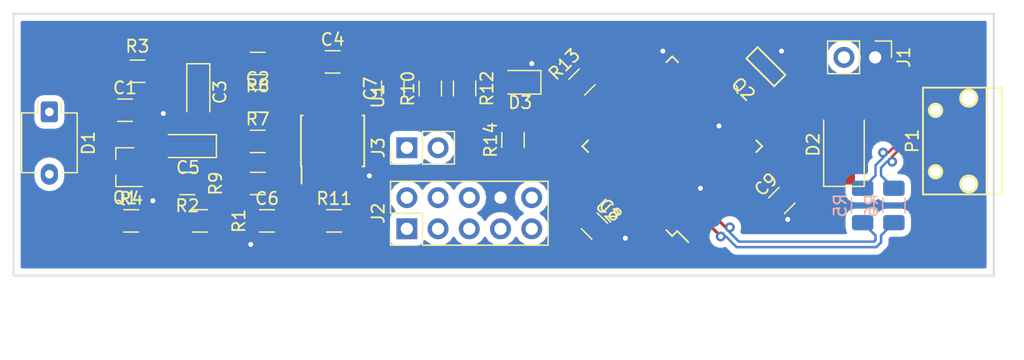
<source format=kicad_pcb>
(kicad_pcb (version 20171130) (host pcbnew 5.0.1-33cea8e~68~ubuntu16.04.1)

  (general
    (thickness 1.6)
    (drawings 4)
    (tracks 89)
    (zones 0)
    (modules 34)
    (nets 52)
  )

  (page A4)
  (layers
    (0 F.Cu signal)
    (31 B.Cu signal)
    (32 B.Adhes user)
    (33 F.Adhes user)
    (34 B.Paste user)
    (35 F.Paste user)
    (36 B.SilkS user)
    (37 F.SilkS user)
    (38 B.Mask user)
    (39 F.Mask user)
    (40 Dwgs.User user)
    (41 Cmts.User user)
    (42 Eco1.User user)
    (43 Eco2.User user)
    (44 Edge.Cuts user)
    (45 Margin user)
    (46 B.CrtYd user)
    (47 F.CrtYd user)
    (48 B.Fab user)
    (49 F.Fab user)
  )

  (setup
    (last_trace_width 0.25)
    (trace_clearance 0.2)
    (zone_clearance 0.508)
    (zone_45_only no)
    (trace_min 0.2)
    (segment_width 0.2)
    (edge_width 0.15)
    (via_size 0.8)
    (via_drill 0.4)
    (via_min_size 0.4)
    (via_min_drill 0.3)
    (uvia_size 0.3)
    (uvia_drill 0.1)
    (uvias_allowed no)
    (uvia_min_size 0.2)
    (uvia_min_drill 0.1)
    (pcb_text_width 0.3)
    (pcb_text_size 1.5 1.5)
    (mod_edge_width 0.15)
    (mod_text_size 1 1)
    (mod_text_width 0.15)
    (pad_size 1.524 1.524)
    (pad_drill 0.762)
    (pad_to_mask_clearance 0.051)
    (solder_mask_min_width 0.25)
    (aux_axis_origin 0 0)
    (visible_elements FFFFFF7F)
    (pcbplotparams
      (layerselection 0x010fc_ffffffff)
      (usegerberextensions false)
      (usegerberattributes false)
      (usegerberadvancedattributes false)
      (creategerberjobfile false)
      (excludeedgelayer true)
      (linewidth 0.100000)
      (plotframeref false)
      (viasonmask false)
      (mode 1)
      (useauxorigin false)
      (hpglpennumber 1)
      (hpglpenspeed 20)
      (hpglpendiameter 15.000000)
      (psnegative false)
      (psa4output false)
      (plotreference true)
      (plotvalue true)
      (plotinvisibletext false)
      (padsonsilk false)
      (subtractmaskfromsilk false)
      (outputformat 1)
      (mirror false)
      (drillshape 1)
      (scaleselection 1)
      (outputdirectory ""))
  )

  (net 0 "")
  (net 1 "Net-(C1-Pad1)")
  (net 2 GND)
  (net 3 "Net-(C2-Pad2)")
  (net 4 "Net-(C3-Pad1)")
  (net 5 "Net-(C4-Pad1)")
  (net 6 "Net-(C4-Pad2)")
  (net 7 "Net-(C5-Pad1)")
  (net 8 "Net-(C6-Pad2)")
  (net 9 COUNTER)
  (net 10 "Net-(C7-Pad2)")
  (net 11 "Net-(C8-Pad1)")
  (net 12 "Net-(C9-Pad2)")
  (net 13 "Net-(D1-Pad2)")
  (net 14 "Net-(D2-Pad1)")
  (net 15 +5V)
  (net 16 "Net-(D3-Pad2)")
  (net 17 MISO)
  (net 18 SCLK)
  (net 19 RST)
  (net 20 SCL)
  (net 21 ADC1)
  (net 22 ADC0)
  (net 23 SDA)
  (net 24 MOSI)
  (net 25 D-)
  (net 26 D+)
  (net 27 "Net-(Q1-Pad1)")
  (net 28 "Net-(Q2-Pad1)")
  (net 29 "Net-(Q2-Pad3)")
  (net 30 "Net-(R1-Pad2)")
  (net 31 MCD+)
  (net 32 MCD-)
  (net 33 "Net-(R14-Pad1)")
  (net 34 "Net-(U2-Pad1)")
  (net 35 "Net-(U2-Pad8)")
  (net 36 "Net-(U2-Pad12)")
  (net 37 "Net-(U2-Pad20)")
  (net 38 "Net-(U2-Pad21)")
  (net 39 "Net-(U2-Pad22)")
  (net 40 "Net-(U2-Pad25)")
  (net 41 "Net-(U2-Pad26)")
  (net 42 "Net-(U2-Pad27)")
  (net 43 "Net-(U2-Pad28)")
  (net 44 "Net-(U2-Pad29)")
  (net 45 "Net-(U2-Pad31)")
  (net 46 "Net-(U2-Pad32)")
  (net 47 "Net-(U2-Pad33)")
  (net 48 "Net-(U2-Pad37)")
  (net 49 "Net-(U2-Pad38)")
  (net 50 "Net-(U2-Pad39)")
  (net 51 "Net-(J3-Pad1)")

  (net_class Default "This is the default net class."
    (clearance 0.2)
    (trace_width 0.25)
    (via_dia 0.8)
    (via_drill 0.4)
    (uvia_dia 0.3)
    (uvia_drill 0.1)
    (add_net +5V)
    (add_net ADC0)
    (add_net ADC1)
    (add_net COUNTER)
    (add_net D+)
    (add_net D-)
    (add_net GND)
    (add_net MCD+)
    (add_net MCD-)
    (add_net MISO)
    (add_net MOSI)
    (add_net "Net-(C1-Pad1)")
    (add_net "Net-(C2-Pad2)")
    (add_net "Net-(C3-Pad1)")
    (add_net "Net-(C4-Pad1)")
    (add_net "Net-(C4-Pad2)")
    (add_net "Net-(C5-Pad1)")
    (add_net "Net-(C6-Pad2)")
    (add_net "Net-(C7-Pad2)")
    (add_net "Net-(C8-Pad1)")
    (add_net "Net-(C9-Pad2)")
    (add_net "Net-(D1-Pad2)")
    (add_net "Net-(D2-Pad1)")
    (add_net "Net-(D3-Pad2)")
    (add_net "Net-(J3-Pad1)")
    (add_net "Net-(Q1-Pad1)")
    (add_net "Net-(Q2-Pad1)")
    (add_net "Net-(Q2-Pad3)")
    (add_net "Net-(R1-Pad2)")
    (add_net "Net-(R14-Pad1)")
    (add_net "Net-(U2-Pad1)")
    (add_net "Net-(U2-Pad12)")
    (add_net "Net-(U2-Pad20)")
    (add_net "Net-(U2-Pad21)")
    (add_net "Net-(U2-Pad22)")
    (add_net "Net-(U2-Pad25)")
    (add_net "Net-(U2-Pad26)")
    (add_net "Net-(U2-Pad27)")
    (add_net "Net-(U2-Pad28)")
    (add_net "Net-(U2-Pad29)")
    (add_net "Net-(U2-Pad31)")
    (add_net "Net-(U2-Pad32)")
    (add_net "Net-(U2-Pad33)")
    (add_net "Net-(U2-Pad37)")
    (add_net "Net-(U2-Pad38)")
    (add_net "Net-(U2-Pad39)")
    (add_net "Net-(U2-Pad8)")
    (add_net RST)
    (add_net SCL)
    (add_net SCLK)
    (add_net SDA)
  )

  (module Capacitor_SMD:C_1206_3216Metric (layer F.Cu) (tedit 5B301BBE) (tstamp 5BFD069C)
    (at 151.311 72.887)
    (descr "Capacitor SMD 1206 (3216 Metric), square (rectangular) end terminal, IPC_7351 nominal, (Body size source: http://www.tortai-tech.com/upload/download/2011102023233369053.pdf), generated with kicad-footprint-generator")
    (tags capacitor)
    (path /5BF0310A)
    (attr smd)
    (fp_text reference C1 (at 0 -1.82) (layer F.SilkS)
      (effects (font (size 1 1) (thickness 0.15)))
    )
    (fp_text value 100n (at 0 1.82) (layer F.Fab)
      (effects (font (size 1 1) (thickness 0.15)))
    )
    (fp_line (start -1.6 0.8) (end -1.6 -0.8) (layer F.Fab) (width 0.1))
    (fp_line (start -1.6 -0.8) (end 1.6 -0.8) (layer F.Fab) (width 0.1))
    (fp_line (start 1.6 -0.8) (end 1.6 0.8) (layer F.Fab) (width 0.1))
    (fp_line (start 1.6 0.8) (end -1.6 0.8) (layer F.Fab) (width 0.1))
    (fp_line (start -0.602064 -0.91) (end 0.602064 -0.91) (layer F.SilkS) (width 0.12))
    (fp_line (start -0.602064 0.91) (end 0.602064 0.91) (layer F.SilkS) (width 0.12))
    (fp_line (start -2.28 1.12) (end -2.28 -1.12) (layer F.CrtYd) (width 0.05))
    (fp_line (start -2.28 -1.12) (end 2.28 -1.12) (layer F.CrtYd) (width 0.05))
    (fp_line (start 2.28 -1.12) (end 2.28 1.12) (layer F.CrtYd) (width 0.05))
    (fp_line (start 2.28 1.12) (end -2.28 1.12) (layer F.CrtYd) (width 0.05))
    (fp_text user %R (at 0 0) (layer F.Fab)
      (effects (font (size 0.8 0.8) (thickness 0.12)))
    )
    (pad 1 smd roundrect (at -1.4 0) (size 1.25 1.75) (layers F.Cu F.Paste F.Mask) (roundrect_rratio 0.2)
      (net 1 "Net-(C1-Pad1)"))
    (pad 2 smd roundrect (at 1.4 0) (size 1.25 1.75) (layers F.Cu F.Paste F.Mask) (roundrect_rratio 0.2)
      (net 2 GND))
    (model ${KISYS3DMOD}/Capacitor_SMD.3dshapes/C_1206_3216Metric.wrl
      (at (xyz 0 0 0))
      (scale (xyz 1 1 1))
      (rotate (xyz 0 0 0))
    )
  )

  (module Capacitor_SMD:C_1206_3216Metric (layer F.Cu) (tedit 5B301BBE) (tstamp 5BFD0816)
    (at 162.103 72.125)
    (descr "Capacitor SMD 1206 (3216 Metric), square (rectangular) end terminal, IPC_7351 nominal, (Body size source: http://www.tortai-tech.com/upload/download/2011102023233369053.pdf), generated with kicad-footprint-generator")
    (tags capacitor)
    (path /5BF042A2)
    (attr smd)
    (fp_text reference C2 (at 0 -1.82) (layer F.SilkS)
      (effects (font (size 1 1) (thickness 0.15)))
    )
    (fp_text value 100n (at 0 1.82) (layer F.Fab)
      (effects (font (size 1 1) (thickness 0.15)))
    )
    (fp_text user %R (at 0 0) (layer F.Fab)
      (effects (font (size 0.8 0.8) (thickness 0.12)))
    )
    (fp_line (start 2.28 1.12) (end -2.28 1.12) (layer F.CrtYd) (width 0.05))
    (fp_line (start 2.28 -1.12) (end 2.28 1.12) (layer F.CrtYd) (width 0.05))
    (fp_line (start -2.28 -1.12) (end 2.28 -1.12) (layer F.CrtYd) (width 0.05))
    (fp_line (start -2.28 1.12) (end -2.28 -1.12) (layer F.CrtYd) (width 0.05))
    (fp_line (start -0.602064 0.91) (end 0.602064 0.91) (layer F.SilkS) (width 0.12))
    (fp_line (start -0.602064 -0.91) (end 0.602064 -0.91) (layer F.SilkS) (width 0.12))
    (fp_line (start 1.6 0.8) (end -1.6 0.8) (layer F.Fab) (width 0.1))
    (fp_line (start 1.6 -0.8) (end 1.6 0.8) (layer F.Fab) (width 0.1))
    (fp_line (start -1.6 -0.8) (end 1.6 -0.8) (layer F.Fab) (width 0.1))
    (fp_line (start -1.6 0.8) (end -1.6 -0.8) (layer F.Fab) (width 0.1))
    (pad 2 smd roundrect (at 1.4 0) (size 1.25 1.75) (layers F.Cu F.Paste F.Mask) (roundrect_rratio 0.2)
      (net 3 "Net-(C2-Pad2)"))
    (pad 1 smd roundrect (at -1.4 0) (size 1.25 1.75) (layers F.Cu F.Paste F.Mask) (roundrect_rratio 0.2)
      (net 2 GND))
    (model ${KISYS3DMOD}/Capacitor_SMD.3dshapes/C_1206_3216Metric.wrl
      (at (xyz 0 0 0))
      (scale (xyz 1 1 1))
      (rotate (xyz 0 0 0))
    )
  )

  (module Capacitor_Tantalum_SMD:CP_EIA-3216-10_Kemet-I (layer F.Cu) (tedit 5B301BBE) (tstamp 5BFD0770)
    (at 157.28 71.41 270)
    (descr "Tantalum Capacitor SMD Kemet-I (3216-10 Metric), IPC_7351 nominal, (Body size from: http://www.kemet.com/Lists/ProductCatalog/Attachments/253/KEM_TC101_STD.pdf), generated with kicad-footprint-generator")
    (tags "capacitor tantalum")
    (path /5BF034FA)
    (attr smd)
    (fp_text reference C3 (at 0 -1.75 270) (layer F.SilkS)
      (effects (font (size 1 1) (thickness 0.15)))
    )
    (fp_text value 100u (at 0 1.75 270) (layer F.Fab)
      (effects (font (size 1 1) (thickness 0.15)))
    )
    (fp_text user %R (at 0 0 270) (layer F.Fab)
      (effects (font (size 0.8 0.8) (thickness 0.12)))
    )
    (fp_line (start 2.3 1.05) (end -2.3 1.05) (layer F.CrtYd) (width 0.05))
    (fp_line (start 2.3 -1.05) (end 2.3 1.05) (layer F.CrtYd) (width 0.05))
    (fp_line (start -2.3 -1.05) (end 2.3 -1.05) (layer F.CrtYd) (width 0.05))
    (fp_line (start -2.3 1.05) (end -2.3 -1.05) (layer F.CrtYd) (width 0.05))
    (fp_line (start -2.31 0.935) (end 1.6 0.935) (layer F.SilkS) (width 0.12))
    (fp_line (start -2.31 -0.935) (end -2.31 0.935) (layer F.SilkS) (width 0.12))
    (fp_line (start 1.6 -0.935) (end -2.31 -0.935) (layer F.SilkS) (width 0.12))
    (fp_line (start 1.6 0.8) (end 1.6 -0.8) (layer F.Fab) (width 0.1))
    (fp_line (start -1.6 0.8) (end 1.6 0.8) (layer F.Fab) (width 0.1))
    (fp_line (start -1.6 -0.4) (end -1.6 0.8) (layer F.Fab) (width 0.1))
    (fp_line (start -1.2 -0.8) (end -1.6 -0.4) (layer F.Fab) (width 0.1))
    (fp_line (start 1.6 -0.8) (end -1.2 -0.8) (layer F.Fab) (width 0.1))
    (pad 2 smd roundrect (at 1.35 0 270) (size 1.4 1.35) (layers F.Cu F.Paste F.Mask) (roundrect_rratio 0.185185)
      (net 2 GND))
    (pad 1 smd roundrect (at -1.35 0 270) (size 1.4 1.35) (layers F.Cu F.Paste F.Mask) (roundrect_rratio 0.185185)
      (net 4 "Net-(C3-Pad1)"))
    (model ${KISYS3DMOD}/Capacitor_Tantalum_SMD.3dshapes/CP_EIA-3216-10_Kemet-I.wrl
      (at (xyz 0 0 0))
      (scale (xyz 1 1 1))
      (rotate (xyz 0 0 0))
    )
  )

  (module Capacitor_SMD:C_1206_3216Metric (layer F.Cu) (tedit 5B301BBE) (tstamp 5BFCD5BE)
    (at 168.205 68.95)
    (descr "Capacitor SMD 1206 (3216 Metric), square (rectangular) end terminal, IPC_7351 nominal, (Body size source: http://www.tortai-tech.com/upload/download/2011102023233369053.pdf), generated with kicad-footprint-generator")
    (tags capacitor)
    (path /5BF04A8C)
    (attr smd)
    (fp_text reference C4 (at 0 -1.82) (layer F.SilkS)
      (effects (font (size 1 1) (thickness 0.15)))
    )
    (fp_text value 47p (at 0 1.82) (layer F.Fab)
      (effects (font (size 1 1) (thickness 0.15)))
    )
    (fp_line (start -1.6 0.8) (end -1.6 -0.8) (layer F.Fab) (width 0.1))
    (fp_line (start -1.6 -0.8) (end 1.6 -0.8) (layer F.Fab) (width 0.1))
    (fp_line (start 1.6 -0.8) (end 1.6 0.8) (layer F.Fab) (width 0.1))
    (fp_line (start 1.6 0.8) (end -1.6 0.8) (layer F.Fab) (width 0.1))
    (fp_line (start -0.602064 -0.91) (end 0.602064 -0.91) (layer F.SilkS) (width 0.12))
    (fp_line (start -0.602064 0.91) (end 0.602064 0.91) (layer F.SilkS) (width 0.12))
    (fp_line (start -2.28 1.12) (end -2.28 -1.12) (layer F.CrtYd) (width 0.05))
    (fp_line (start -2.28 -1.12) (end 2.28 -1.12) (layer F.CrtYd) (width 0.05))
    (fp_line (start 2.28 -1.12) (end 2.28 1.12) (layer F.CrtYd) (width 0.05))
    (fp_line (start 2.28 1.12) (end -2.28 1.12) (layer F.CrtYd) (width 0.05))
    (fp_text user %R (at 0 0) (layer F.Fab)
      (effects (font (size 0.8 0.8) (thickness 0.12)))
    )
    (pad 1 smd roundrect (at -1.4 0) (size 1.25 1.75) (layers F.Cu F.Paste F.Mask) (roundrect_rratio 0.2)
      (net 5 "Net-(C4-Pad1)"))
    (pad 2 smd roundrect (at 1.4 0) (size 1.25 1.75) (layers F.Cu F.Paste F.Mask) (roundrect_rratio 0.2)
      (net 6 "Net-(C4-Pad2)"))
    (model ${KISYS3DMOD}/Capacitor_SMD.3dshapes/C_1206_3216Metric.wrl
      (at (xyz 0 0 0))
      (scale (xyz 1 1 1))
      (rotate (xyz 0 0 0))
    )
  )

  (module Capacitor_Tantalum_SMD:CP_EIA-3216-10_Kemet-I (layer F.Cu) (tedit 5B301BBE) (tstamp 5BFD0CD4)
    (at 156.438 75.808 180)
    (descr "Tantalum Capacitor SMD Kemet-I (3216-10 Metric), IPC_7351 nominal, (Body size from: http://www.kemet.com/Lists/ProductCatalog/Attachments/253/KEM_TC101_STD.pdf), generated with kicad-footprint-generator")
    (tags "capacitor tantalum")
    (path /5BF06624)
    (attr smd)
    (fp_text reference C5 (at 0 -1.75 180) (layer F.SilkS)
      (effects (font (size 1 1) (thickness 0.15)))
    )
    (fp_text value 100u (at 0 1.75 180) (layer F.Fab)
      (effects (font (size 1 1) (thickness 0.15)))
    )
    (fp_line (start 1.6 -0.8) (end -1.2 -0.8) (layer F.Fab) (width 0.1))
    (fp_line (start -1.2 -0.8) (end -1.6 -0.4) (layer F.Fab) (width 0.1))
    (fp_line (start -1.6 -0.4) (end -1.6 0.8) (layer F.Fab) (width 0.1))
    (fp_line (start -1.6 0.8) (end 1.6 0.8) (layer F.Fab) (width 0.1))
    (fp_line (start 1.6 0.8) (end 1.6 -0.8) (layer F.Fab) (width 0.1))
    (fp_line (start 1.6 -0.935) (end -2.31 -0.935) (layer F.SilkS) (width 0.12))
    (fp_line (start -2.31 -0.935) (end -2.31 0.935) (layer F.SilkS) (width 0.12))
    (fp_line (start -2.31 0.935) (end 1.6 0.935) (layer F.SilkS) (width 0.12))
    (fp_line (start -2.3 1.05) (end -2.3 -1.05) (layer F.CrtYd) (width 0.05))
    (fp_line (start -2.3 -1.05) (end 2.3 -1.05) (layer F.CrtYd) (width 0.05))
    (fp_line (start 2.3 -1.05) (end 2.3 1.05) (layer F.CrtYd) (width 0.05))
    (fp_line (start 2.3 1.05) (end -2.3 1.05) (layer F.CrtYd) (width 0.05))
    (fp_text user %R (at 0 0 180) (layer F.Fab)
      (effects (font (size 0.8 0.8) (thickness 0.12)))
    )
    (pad 1 smd roundrect (at -1.35 0 180) (size 1.4 1.35) (layers F.Cu F.Paste F.Mask) (roundrect_rratio 0.185185)
      (net 7 "Net-(C5-Pad1)"))
    (pad 2 smd roundrect (at 1.35 0 180) (size 1.4 1.35) (layers F.Cu F.Paste F.Mask) (roundrect_rratio 0.185185)
      (net 2 GND))
    (model ${KISYS3DMOD}/Capacitor_Tantalum_SMD.3dshapes/CP_EIA-3216-10_Kemet-I.wrl
      (at (xyz 0 0 0))
      (scale (xyz 1 1 1))
      (rotate (xyz 0 0 0))
    )
  )

  (module Capacitor_SMD:C_1206_3216Metric (layer F.Cu) (tedit 5B301BBE) (tstamp 5BFD066C)
    (at 162.871 81.904)
    (descr "Capacitor SMD 1206 (3216 Metric), square (rectangular) end terminal, IPC_7351 nominal, (Body size source: http://www.tortai-tech.com/upload/download/2011102023233369053.pdf), generated with kicad-footprint-generator")
    (tags capacitor)
    (path /5BF08F2F)
    (attr smd)
    (fp_text reference C6 (at 0 -1.82) (layer F.SilkS)
      (effects (font (size 1 1) (thickness 0.15)))
    )
    (fp_text value 100n (at 0 1.82) (layer F.Fab)
      (effects (font (size 1 1) (thickness 0.15)))
    )
    (fp_text user %R (at 0 0) (layer F.Fab)
      (effects (font (size 0.8 0.8) (thickness 0.12)))
    )
    (fp_line (start 2.28 1.12) (end -2.28 1.12) (layer F.CrtYd) (width 0.05))
    (fp_line (start 2.28 -1.12) (end 2.28 1.12) (layer F.CrtYd) (width 0.05))
    (fp_line (start -2.28 -1.12) (end 2.28 -1.12) (layer F.CrtYd) (width 0.05))
    (fp_line (start -2.28 1.12) (end -2.28 -1.12) (layer F.CrtYd) (width 0.05))
    (fp_line (start -0.602064 0.91) (end 0.602064 0.91) (layer F.SilkS) (width 0.12))
    (fp_line (start -0.602064 -0.91) (end 0.602064 -0.91) (layer F.SilkS) (width 0.12))
    (fp_line (start 1.6 0.8) (end -1.6 0.8) (layer F.Fab) (width 0.1))
    (fp_line (start 1.6 -0.8) (end 1.6 0.8) (layer F.Fab) (width 0.1))
    (fp_line (start -1.6 -0.8) (end 1.6 -0.8) (layer F.Fab) (width 0.1))
    (fp_line (start -1.6 0.8) (end -1.6 -0.8) (layer F.Fab) (width 0.1))
    (pad 2 smd roundrect (at 1.4 0) (size 1.25 1.75) (layers F.Cu F.Paste F.Mask) (roundrect_rratio 0.2)
      (net 8 "Net-(C6-Pad2)"))
    (pad 1 smd roundrect (at -1.4 0) (size 1.25 1.75) (layers F.Cu F.Paste F.Mask) (roundrect_rratio 0.2)
      (net 2 GND))
    (model ${KISYS3DMOD}/Capacitor_SMD.3dshapes/C_1206_3216Metric.wrl
      (at (xyz 0 0 0))
      (scale (xyz 1 1 1))
      (rotate (xyz 0 0 0))
    )
  )

  (module Capacitor_SMD:C_1206_3216Metric (layer F.Cu) (tedit 5B301BBE) (tstamp 5BFCBA9E)
    (at 173.101 71.123 90)
    (descr "Capacitor SMD 1206 (3216 Metric), square (rectangular) end terminal, IPC_7351 nominal, (Body size source: http://www.tortai-tech.com/upload/download/2011102023233369053.pdf), generated with kicad-footprint-generator")
    (tags capacitor)
    (path /5BF08DE7)
    (attr smd)
    (fp_text reference C7 (at 0 -1.82 90) (layer F.SilkS)
      (effects (font (size 1 1) (thickness 0.15)))
    )
    (fp_text value 47p (at 0 1.82 90) (layer F.Fab)
      (effects (font (size 1 1) (thickness 0.15)))
    )
    (fp_line (start -1.6 0.8) (end -1.6 -0.8) (layer F.Fab) (width 0.1))
    (fp_line (start -1.6 -0.8) (end 1.6 -0.8) (layer F.Fab) (width 0.1))
    (fp_line (start 1.6 -0.8) (end 1.6 0.8) (layer F.Fab) (width 0.1))
    (fp_line (start 1.6 0.8) (end -1.6 0.8) (layer F.Fab) (width 0.1))
    (fp_line (start -0.602064 -0.91) (end 0.602064 -0.91) (layer F.SilkS) (width 0.12))
    (fp_line (start -0.602064 0.91) (end 0.602064 0.91) (layer F.SilkS) (width 0.12))
    (fp_line (start -2.28 1.12) (end -2.28 -1.12) (layer F.CrtYd) (width 0.05))
    (fp_line (start -2.28 -1.12) (end 2.28 -1.12) (layer F.CrtYd) (width 0.05))
    (fp_line (start 2.28 -1.12) (end 2.28 1.12) (layer F.CrtYd) (width 0.05))
    (fp_line (start 2.28 1.12) (end -2.28 1.12) (layer F.CrtYd) (width 0.05))
    (fp_text user %R (at 0 0 90) (layer F.Fab)
      (effects (font (size 0.8 0.8) (thickness 0.12)))
    )
    (pad 1 smd roundrect (at -1.4 0 90) (size 1.25 1.75) (layers F.Cu F.Paste F.Mask) (roundrect_rratio 0.2)
      (net 9 COUNTER))
    (pad 2 smd roundrect (at 1.4 0 90) (size 1.25 1.75) (layers F.Cu F.Paste F.Mask) (roundrect_rratio 0.2)
      (net 10 "Net-(C7-Pad2)"))
    (model ${KISYS3DMOD}/Capacitor_SMD.3dshapes/C_1206_3216Metric.wrl
      (at (xyz 0 0 0))
      (scale (xyz 1 1 1))
      (rotate (xyz 0 0 0))
    )
  )

  (module Capacitor_SMD:C_1206_3216Metric (layer F.Cu) (tedit 5B301BBE) (tstamp 5BFCBAAF)
    (at 189.51 82.3221 315)
    (descr "Capacitor SMD 1206 (3216 Metric), square (rectangular) end terminal, IPC_7351 nominal, (Body size source: http://www.tortai-tech.com/upload/download/2011102023233369053.pdf), generated with kicad-footprint-generator")
    (tags capacitor)
    (path /5BE21F01)
    (attr smd)
    (fp_text reference C8 (at 0 -1.82 315) (layer F.SilkS)
      (effects (font (size 1 1) (thickness 0.15)))
    )
    (fp_text value 0.1uf (at 0 1.82 315) (layer F.Fab)
      (effects (font (size 1 1) (thickness 0.15)))
    )
    (fp_line (start -1.6 0.8) (end -1.6 -0.8) (layer F.Fab) (width 0.1))
    (fp_line (start -1.6 -0.8) (end 1.6 -0.8) (layer F.Fab) (width 0.1))
    (fp_line (start 1.6 -0.8) (end 1.6 0.8) (layer F.Fab) (width 0.1))
    (fp_line (start 1.6 0.8) (end -1.6 0.8) (layer F.Fab) (width 0.1))
    (fp_line (start -0.602064 -0.91) (end 0.602064 -0.91) (layer F.SilkS) (width 0.12))
    (fp_line (start -0.602064 0.91) (end 0.602064 0.91) (layer F.SilkS) (width 0.12))
    (fp_line (start -2.28 1.12) (end -2.28 -1.12) (layer F.CrtYd) (width 0.05))
    (fp_line (start -2.28 -1.12) (end 2.28 -1.12) (layer F.CrtYd) (width 0.05))
    (fp_line (start 2.28 -1.12) (end 2.28 1.12) (layer F.CrtYd) (width 0.05))
    (fp_line (start 2.28 1.12) (end -2.28 1.12) (layer F.CrtYd) (width 0.05))
    (fp_text user %R (at 0 0 315) (layer F.Fab)
      (effects (font (size 0.8 0.8) (thickness 0.12)))
    )
    (pad 1 smd roundrect (at -1.4 0 315) (size 1.25 1.75) (layers F.Cu F.Paste F.Mask) (roundrect_rratio 0.2)
      (net 11 "Net-(C8-Pad1)"))
    (pad 2 smd roundrect (at 1.4 0 315) (size 1.25 1.75) (layers F.Cu F.Paste F.Mask) (roundrect_rratio 0.2)
      (net 2 GND))
    (model ${KISYS3DMOD}/Capacitor_SMD.3dshapes/C_1206_3216Metric.wrl
      (at (xyz 0 0 0))
      (scale (xyz 1 1 1))
      (rotate (xyz 0 0 0))
    )
  )

  (module Capacitor_SMD:C_1206_3216Metric (layer F.Cu) (tedit 5B301BBE) (tstamp 5BFCBAC0)
    (at 204.750051 80.237949 45)
    (descr "Capacitor SMD 1206 (3216 Metric), square (rectangular) end terminal, IPC_7351 nominal, (Body size source: http://www.tortai-tech.com/upload/download/2011102023233369053.pdf), generated with kicad-footprint-generator")
    (tags capacitor)
    (path /5BE24FD5)
    (attr smd)
    (fp_text reference C9 (at 0 -1.82 45) (layer F.SilkS)
      (effects (font (size 1 1) (thickness 0.15)))
    )
    (fp_text value 0.1uf (at 0 1.82 45) (layer F.Fab)
      (effects (font (size 1 1) (thickness 0.15)))
    )
    (fp_text user %R (at 0 0 45) (layer F.Fab)
      (effects (font (size 0.8 0.8) (thickness 0.12)))
    )
    (fp_line (start 2.28 1.12) (end -2.28 1.12) (layer F.CrtYd) (width 0.05))
    (fp_line (start 2.28 -1.12) (end 2.28 1.12) (layer F.CrtYd) (width 0.05))
    (fp_line (start -2.28 -1.12) (end 2.28 -1.12) (layer F.CrtYd) (width 0.05))
    (fp_line (start -2.28 1.12) (end -2.28 -1.12) (layer F.CrtYd) (width 0.05))
    (fp_line (start -0.602064 0.91) (end 0.602064 0.91) (layer F.SilkS) (width 0.12))
    (fp_line (start -0.602064 -0.91) (end 0.602064 -0.91) (layer F.SilkS) (width 0.12))
    (fp_line (start 1.6 0.8) (end -1.6 0.8) (layer F.Fab) (width 0.1))
    (fp_line (start 1.6 -0.8) (end 1.6 0.8) (layer F.Fab) (width 0.1))
    (fp_line (start -1.6 -0.8) (end 1.6 -0.8) (layer F.Fab) (width 0.1))
    (fp_line (start -1.6 0.8) (end -1.6 -0.8) (layer F.Fab) (width 0.1))
    (pad 2 smd roundrect (at 1.4 0 45) (size 1.25 1.75) (layers F.Cu F.Paste F.Mask) (roundrect_rratio 0.2)
      (net 12 "Net-(C9-Pad2)"))
    (pad 1 smd roundrect (at -1.4 0 45) (size 1.25 1.75) (layers F.Cu F.Paste F.Mask) (roundrect_rratio 0.2)
      (net 2 GND))
    (model ${KISYS3DMOD}/Capacitor_SMD.3dshapes/C_1206_3216Metric.wrl
      (at (xyz 0 0 0))
      (scale (xyz 1 1 1))
      (rotate (xyz 0 0 0))
    )
  )

  (module OptoDevice:Osram_DIL2_4.3x4.65mm_P5.08mm (layer F.Cu) (tedit 5B887DD0) (tstamp 5BFD06E2)
    (at 145.161 73.025 270)
    (descr "PhotoDiode, plastic DIL, 4.3x4.65mm², RM5.08")
    (tags "PhotoDiode plastic DIL RM5.08")
    (path /5BF0306E)
    (fp_text reference D1 (at 2.54 -3.17 270) (layer F.SilkS)
      (effects (font (size 1 1) (thickness 0.15)))
    )
    (fp_text value BPW34 (at 2.54 3.17 270) (layer F.Fab)
      (effects (font (size 1 1) (thickness 0.15)))
    )
    (fp_text user %R (at 2.54 -3.17 270) (layer F.Fab)
      (effects (font (size 1 1) (thickness 0.15)))
    )
    (fp_line (start 3.79 1.5) (end 3.79 -1.5) (layer F.Fab) (width 0.1))
    (fp_line (start 0.79 -1.5) (end 0.79 1.5) (layer F.Fab) (width 0.1))
    (fp_line (start 0.08 0.96) (end 0.08 2.26) (layer F.SilkS) (width 0.12))
    (fp_line (start 0.08 -2.26) (end 0.08 -0.96) (layer F.SilkS) (width 0.12))
    (fp_line (start 4.95 1.06) (end 4.95 2.26) (layer F.SilkS) (width 0.12))
    (fp_line (start 4.95 2.26) (end 0.08 2.26) (layer F.SilkS) (width 0.12))
    (fp_line (start 0.08 -2.26) (end 4.95 -2.26) (layer F.SilkS) (width 0.12))
    (fp_line (start 4.95 -2.26) (end 4.95 -1.06) (layer F.SilkS) (width 0.12))
    (fp_line (start 4.84 -2.15) (end 4.84 2.15) (layer F.Fab) (width 0.1))
    (fp_line (start 4.84 2.15) (end 0.19 2.15) (layer F.Fab) (width 0.1))
    (fp_line (start 0.19 2.15) (end 0.19 -1.5) (layer F.Fab) (width 0.1))
    (fp_line (start 0.19 -1.5) (end 0.84 -2.15) (layer F.Fab) (width 0.1))
    (fp_line (start 0.84 -2.15) (end 4.84 -2.15) (layer F.Fab) (width 0.1))
    (fp_line (start 0.79 1.5) (end 3.79 1.5) (layer F.Fab) (width 0.1))
    (fp_line (start 3.79 -1.5) (end 0.79 -1.5) (layer F.Fab) (width 0.1))
    (fp_line (start 2.79 -0.38) (end 3.05 -0.38) (layer F.Fab) (width 0.1))
    (fp_line (start 2.79 -0.38) (end 2.79 -0.64) (layer F.Fab) (width 0.1))
    (fp_line (start 2.29 -0.38) (end 2.54 -0.38) (layer F.Fab) (width 0.1))
    (fp_line (start 2.29 -0.38) (end 2.29 -0.64) (layer F.Fab) (width 0.1))
    (fp_line (start 3.05 -1.14) (end 2.29 -0.38) (layer F.Fab) (width 0.1))
    (fp_line (start 3.56 -1.14) (end 2.79 -0.38) (layer F.Fab) (width 0.1))
    (fp_line (start 2.03 0.64) (end 2.67 0) (layer F.Fab) (width 0.1))
    (fp_line (start 2.67 0) (end 2.67 1.27) (layer F.Fab) (width 0.1))
    (fp_line (start 2.67 1.27) (end 2.03 0.64) (layer F.Fab) (width 0.1))
    (fp_line (start 2.03 0) (end 2.03 1.27) (layer F.Fab) (width 0.1))
    (fp_line (start 1.02 0.64) (end 3.56 0.64) (layer F.Fab) (width 0.1))
    (fp_line (start -1.1 -2.4) (end 6.18 -2.4) (layer F.CrtYd) (width 0.05))
    (fp_line (start -1.1 -2.4) (end -1.1 2.4) (layer F.CrtYd) (width 0.05))
    (fp_line (start 6.18 2.4) (end 6.18 -2.4) (layer F.CrtYd) (width 0.05))
    (fp_line (start 6.18 2.4) (end -1.1 2.4) (layer F.CrtYd) (width 0.05))
    (fp_line (start 0.08 -0.96) (end -0.84 -0.96) (layer F.SilkS) (width 0.12))
    (fp_line (start 0.08 0.96) (end -0.84 0.96) (layer F.SilkS) (width 0.12))
    (pad 2 thru_hole oval (at 5.08 0 270) (size 1.7 1.4) (drill 0.7) (layers *.Cu *.Mask)
      (net 13 "Net-(D1-Pad2)"))
    (pad 1 thru_hole roundrect (at 0 0 270) (size 1.7 1.4) (drill 0.7) (layers *.Cu *.Mask) (roundrect_rratio 0.178)
      (net 1 "Net-(C1-Pad1)"))
    (model ${KISYS3DMOD}/OptoDevice.3dshapes/Osram_DIL2_4.3x4.65mm_P5.08mm.wrl
      (at (xyz 0 0 0))
      (scale (xyz 1 1 1))
      (rotate (xyz 0 0 0))
    )
  )

  (module Diode_SMD:D_SMA (layer F.Cu) (tedit 5BF2C9BB) (tstamp 5BFD0E68)
    (at 209.804 75.692 90)
    (descr "Diode SMA (DO-214AC)")
    (tags "Diode SMA (DO-214AC)")
    (path /5BE258EC)
    (attr smd)
    (fp_text reference D2 (at 0 -2.5 90) (layer F.SilkS)
      (effects (font (size 1 1) (thickness 0.15)))
    )
    (fp_text value one_diode_please (at 0 2.6 90) (layer F.Fab)
      (effects (font (size 1 1) (thickness 0.15)))
    )
    (fp_text user %R (at 0 -2.5 90) (layer F.Fab)
      (effects (font (size 1 1) (thickness 0.15)))
    )
    (fp_line (start -3.4 -1.65) (end -3.4 1.65) (layer F.SilkS) (width 0.12))
    (fp_line (start 2.3 1.5) (end -2.3 1.5) (layer F.Fab) (width 0.1))
    (fp_line (start -2.3 1.5) (end -2.3 -1.5) (layer F.Fab) (width 0.1))
    (fp_line (start 2.3 -1.5) (end 2.3 1.5) (layer F.Fab) (width 0.1))
    (fp_line (start 2.3 -1.5) (end -2.3 -1.5) (layer F.Fab) (width 0.1))
    (fp_line (start -3.5 -1.75) (end 3.5 -1.75) (layer F.CrtYd) (width 0.05))
    (fp_line (start 3.5 -1.75) (end 3.5 1.75) (layer F.CrtYd) (width 0.05))
    (fp_line (start 3.5 1.75) (end -3.5 1.75) (layer F.CrtYd) (width 0.05))
    (fp_line (start -3.5 1.75) (end -3.5 -1.75) (layer F.CrtYd) (width 0.05))
    (fp_line (start -0.64944 0.00102) (end -1.55114 0.00102) (layer F.Fab) (width 0.1))
    (fp_line (start 0.50118 0.00102) (end 1.4994 0.00102) (layer F.Fab) (width 0.1))
    (fp_line (start -0.64944 -0.79908) (end -0.64944 0.80112) (layer F.Fab) (width 0.1))
    (fp_line (start 0.50118 0.75032) (end 0.50118 -0.79908) (layer F.Fab) (width 0.1))
    (fp_line (start -0.64944 0.00102) (end 0.50118 0.75032) (layer F.Fab) (width 0.1))
    (fp_line (start -0.64944 0.00102) (end 0.50118 -0.79908) (layer F.Fab) (width 0.1))
    (fp_line (start -3.4 1.65) (end 2 1.65) (layer F.SilkS) (width 0.12))
    (fp_line (start -3.4 -1.65) (end 2 -1.65) (layer F.SilkS) (width 0.12))
    (pad 1 smd rect (at -2 0 90) (size 2.5 1.8) (layers F.Cu F.Paste F.Mask)
      (net 14 "Net-(D2-Pad1)"))
    (pad 2 smd rect (at 2 0 90) (size 2.5 1.8) (layers F.Cu F.Paste F.Mask)
      (net 15 +5V))
    (model ${KISYS3DMOD}/Diode_SMD.3dshapes/D_SMA.wrl
      (at (xyz 0 0 0))
      (scale (xyz 1 1 1))
      (rotate (xyz 0 0 0))
    )
  )

  (module Diode_SMD:D_0805_2012Metric (layer F.Cu) (tedit 5B36C52B) (tstamp 5BFD0A40)
    (at 183.466 70.612 180)
    (descr "Diode SMD 0805 (2012 Metric), square (rectangular) end terminal, IPC_7351 nominal, (Body size source: https://docs.google.com/spreadsheets/d/1BsfQQcO9C6DZCsRaXUlFlo91Tg2WpOkGARC1WS5S8t0/edit?usp=sharing), generated with kicad-footprint-generator")
    (tags diode)
    (path /5BE2423E)
    (attr smd)
    (fp_text reference D3 (at 0 -1.65 180) (layer F.SilkS)
      (effects (font (size 1 1) (thickness 0.15)))
    )
    (fp_text value LED (at 0 1.65 180) (layer F.Fab)
      (effects (font (size 1 1) (thickness 0.15)))
    )
    (fp_line (start 1 -0.6) (end -0.7 -0.6) (layer F.Fab) (width 0.1))
    (fp_line (start -0.7 -0.6) (end -1 -0.3) (layer F.Fab) (width 0.1))
    (fp_line (start -1 -0.3) (end -1 0.6) (layer F.Fab) (width 0.1))
    (fp_line (start -1 0.6) (end 1 0.6) (layer F.Fab) (width 0.1))
    (fp_line (start 1 0.6) (end 1 -0.6) (layer F.Fab) (width 0.1))
    (fp_line (start 1 -0.96) (end -1.685 -0.96) (layer F.SilkS) (width 0.12))
    (fp_line (start -1.685 -0.96) (end -1.685 0.96) (layer F.SilkS) (width 0.12))
    (fp_line (start -1.685 0.96) (end 1 0.96) (layer F.SilkS) (width 0.12))
    (fp_line (start -1.68 0.95) (end -1.68 -0.95) (layer F.CrtYd) (width 0.05))
    (fp_line (start -1.68 -0.95) (end 1.68 -0.95) (layer F.CrtYd) (width 0.05))
    (fp_line (start 1.68 -0.95) (end 1.68 0.95) (layer F.CrtYd) (width 0.05))
    (fp_line (start 1.68 0.95) (end -1.68 0.95) (layer F.CrtYd) (width 0.05))
    (fp_text user %R (at 0 0 180) (layer F.Fab)
      (effects (font (size 0.5 0.5) (thickness 0.08)))
    )
    (pad 1 smd roundrect (at -0.9375 0 180) (size 0.975 1.4) (layers F.Cu F.Paste F.Mask) (roundrect_rratio 0.25)
      (net 2 GND))
    (pad 2 smd roundrect (at 0.9375 0 180) (size 0.975 1.4) (layers F.Cu F.Paste F.Mask) (roundrect_rratio 0.25)
      (net 16 "Net-(D3-Pad2)"))
    (model ${KISYS3DMOD}/Diode_SMD.3dshapes/D_0805_2012Metric.wrl
      (at (xyz 0 0 0))
      (scale (xyz 1 1 1))
      (rotate (xyz 0 0 0))
    )
  )

  (module Connector_PinHeader_2.54mm:PinHeader_1x02_P2.54mm_Vertical (layer F.Cu) (tedit 59FED5CC) (tstamp 5BFD0EEA)
    (at 212.344 68.58 270)
    (descr "Through hole straight pin header, 1x02, 2.54mm pitch, single row")
    (tags "Through hole pin header THT 1x02 2.54mm single row")
    (path /5BF40497)
    (fp_text reference J1 (at 0 -2.33 270) (layer F.SilkS)
      (effects (font (size 1 1) (thickness 0.15)))
    )
    (fp_text value Conn_01x02 (at 0 4.87 270) (layer F.Fab)
      (effects (font (size 1 1) (thickness 0.15)))
    )
    (fp_line (start -0.635 -1.27) (end 1.27 -1.27) (layer F.Fab) (width 0.1))
    (fp_line (start 1.27 -1.27) (end 1.27 3.81) (layer F.Fab) (width 0.1))
    (fp_line (start 1.27 3.81) (end -1.27 3.81) (layer F.Fab) (width 0.1))
    (fp_line (start -1.27 3.81) (end -1.27 -0.635) (layer F.Fab) (width 0.1))
    (fp_line (start -1.27 -0.635) (end -0.635 -1.27) (layer F.Fab) (width 0.1))
    (fp_line (start -1.33 3.87) (end 1.33 3.87) (layer F.SilkS) (width 0.12))
    (fp_line (start -1.33 1.27) (end -1.33 3.87) (layer F.SilkS) (width 0.12))
    (fp_line (start 1.33 1.27) (end 1.33 3.87) (layer F.SilkS) (width 0.12))
    (fp_line (start -1.33 1.27) (end 1.33 1.27) (layer F.SilkS) (width 0.12))
    (fp_line (start -1.33 0) (end -1.33 -1.33) (layer F.SilkS) (width 0.12))
    (fp_line (start -1.33 -1.33) (end 0 -1.33) (layer F.SilkS) (width 0.12))
    (fp_line (start -1.8 -1.8) (end -1.8 4.35) (layer F.CrtYd) (width 0.05))
    (fp_line (start -1.8 4.35) (end 1.8 4.35) (layer F.CrtYd) (width 0.05))
    (fp_line (start 1.8 4.35) (end 1.8 -1.8) (layer F.CrtYd) (width 0.05))
    (fp_line (start 1.8 -1.8) (end -1.8 -1.8) (layer F.CrtYd) (width 0.05))
    (fp_text user %R (at 0 1.27) (layer F.Fab)
      (effects (font (size 1 1) (thickness 0.15)))
    )
    (pad 1 thru_hole rect (at 0 0 270) (size 1.7 1.7) (drill 1) (layers *.Cu *.Mask)
      (net 2 GND))
    (pad 2 thru_hole oval (at 0 2.54 270) (size 1.7 1.7) (drill 1) (layers *.Cu *.Mask)
      (net 15 +5V))
    (model ${KISYS3DMOD}/Connector_PinHeader_2.54mm.3dshapes/PinHeader_1x02_P2.54mm_Vertical.wrl
      (at (xyz 0 0 0))
      (scale (xyz 1 1 1))
      (rotate (xyz 0 0 0))
    )
  )

  (module Connector_PinHeader_2.54mm:PinHeader_2x05_P2.54mm_Vertical (layer F.Cu) (tedit 59FED5CC) (tstamp 5BFCBB48)
    (at 174.244 82.55 90)
    (descr "Through hole straight pin header, 2x05, 2.54mm pitch, double rows")
    (tags "Through hole pin header THT 2x05 2.54mm double row")
    (path /5BEB800C)
    (fp_text reference J2 (at 1.27 -2.33 90) (layer F.SilkS)
      (effects (font (size 1 1) (thickness 0.15)))
    )
    (fp_text value Conn_02x05_Counter_Clockwise (at 1.27 12.49 90) (layer F.Fab)
      (effects (font (size 1 1) (thickness 0.15)))
    )
    (fp_line (start 0 -1.27) (end 3.81 -1.27) (layer F.Fab) (width 0.1))
    (fp_line (start 3.81 -1.27) (end 3.81 11.43) (layer F.Fab) (width 0.1))
    (fp_line (start 3.81 11.43) (end -1.27 11.43) (layer F.Fab) (width 0.1))
    (fp_line (start -1.27 11.43) (end -1.27 0) (layer F.Fab) (width 0.1))
    (fp_line (start -1.27 0) (end 0 -1.27) (layer F.Fab) (width 0.1))
    (fp_line (start -1.33 11.49) (end 3.87 11.49) (layer F.SilkS) (width 0.12))
    (fp_line (start -1.33 1.27) (end -1.33 11.49) (layer F.SilkS) (width 0.12))
    (fp_line (start 3.87 -1.33) (end 3.87 11.49) (layer F.SilkS) (width 0.12))
    (fp_line (start -1.33 1.27) (end 1.27 1.27) (layer F.SilkS) (width 0.12))
    (fp_line (start 1.27 1.27) (end 1.27 -1.33) (layer F.SilkS) (width 0.12))
    (fp_line (start 1.27 -1.33) (end 3.87 -1.33) (layer F.SilkS) (width 0.12))
    (fp_line (start -1.33 0) (end -1.33 -1.33) (layer F.SilkS) (width 0.12))
    (fp_line (start -1.33 -1.33) (end 0 -1.33) (layer F.SilkS) (width 0.12))
    (fp_line (start -1.8 -1.8) (end -1.8 11.95) (layer F.CrtYd) (width 0.05))
    (fp_line (start -1.8 11.95) (end 4.35 11.95) (layer F.CrtYd) (width 0.05))
    (fp_line (start 4.35 11.95) (end 4.35 -1.8) (layer F.CrtYd) (width 0.05))
    (fp_line (start 4.35 -1.8) (end -1.8 -1.8) (layer F.CrtYd) (width 0.05))
    (fp_text user %R (at 1.27 5.08 180) (layer F.Fab)
      (effects (font (size 1 1) (thickness 0.15)))
    )
    (pad 1 thru_hole rect (at 0 0 90) (size 1.7 1.7) (drill 1) (layers *.Cu *.Mask)
      (net 17 MISO))
    (pad 2 thru_hole oval (at 2.54 0 90) (size 1.7 1.7) (drill 1) (layers *.Cu *.Mask)
      (net 18 SCLK))
    (pad 3 thru_hole oval (at 0 2.54 90) (size 1.7 1.7) (drill 1) (layers *.Cu *.Mask)
      (net 19 RST))
    (pad 4 thru_hole oval (at 2.54 2.54 90) (size 1.7 1.7) (drill 1) (layers *.Cu *.Mask)
      (net 20 SCL))
    (pad 5 thru_hole oval (at 0 5.08 90) (size 1.7 1.7) (drill 1) (layers *.Cu *.Mask)
      (net 21 ADC1))
    (pad 6 thru_hole oval (at 2.54 5.08 90) (size 1.7 1.7) (drill 1) (layers *.Cu *.Mask)
      (net 22 ADC0))
    (pad 7 thru_hole oval (at 0 7.62 90) (size 1.7 1.7) (drill 1) (layers *.Cu *.Mask)
      (net 23 SDA))
    (pad 8 thru_hole oval (at 2.54 7.62 90) (size 1.7 1.7) (drill 1) (layers *.Cu *.Mask)
      (net 2 GND))
    (pad 9 thru_hole oval (at 0 10.16 90) (size 1.7 1.7) (drill 1) (layers *.Cu *.Mask)
      (net 24 MOSI))
    (pad 10 thru_hole oval (at 2.54 10.16 90) (size 1.7 1.7) (drill 1) (layers *.Cu *.Mask)
      (net 15 +5V))
    (model ${KISYS3DMOD}/Connector_PinHeader_2.54mm.3dshapes/PinHeader_2x05_P2.54mm_Vertical.wrl
      (at (xyz 0 0 0))
      (scale (xyz 1 1 1))
      (rotate (xyz 0 0 0))
    )
  )

  (module MyKiCadLibs:USB_Micro-B-OshPark (layer F.Cu) (tedit 5BE4D8D9) (tstamp 5BFD0EAB)
    (at 218.821 75.3991 90)
    (descr "Micro USB Type B Receptacle")
    (tags "USB USB_B USB_micro USB_OTG")
    (path /5BE1E114)
    (attr smd)
    (fp_text reference P1 (at 0 -3.45 90) (layer F.SilkS)
      (effects (font (size 1 1) (thickness 0.15)))
    )
    (fp_text value USB_A (at 0 4.8 90) (layer F.Fab)
      (effects (font (size 1 1) (thickness 0.15)))
    )
    (fp_line (start -4.6 -2.8) (end 4.6 -2.8) (layer F.CrtYd) (width 0.05))
    (fp_line (start 4.6 -2.8) (end 4.6 4.05) (layer F.CrtYd) (width 0.05))
    (fp_line (start 4.6 4.05) (end -4.6 4.05) (layer F.CrtYd) (width 0.05))
    (fp_line (start -4.6 4.05) (end -4.6 -2.8) (layer F.CrtYd) (width 0.05))
    (fp_line (start -4.3509 3.81746) (end 4.3491 3.81746) (layer F.SilkS) (width 0.15))
    (fp_line (start -4.3509 -2.58754) (end 4.3491 -2.58754) (layer F.SilkS) (width 0.15))
    (fp_line (start 4.3491 -2.58754) (end 4.3491 3.81746) (layer F.SilkS) (width 0.15))
    (fp_line (start 4.3491 2.58746) (end -4.3509 2.58746) (layer F.SilkS) (width 0.15))
    (fp_line (start -4.3509 3.81746) (end -4.3509 -2.58754) (layer F.SilkS) (width 0.15))
    (pad 1 smd rect (at -1.3009 -1.56254 180) (size 1.35 0.4) (layers F.Cu F.Paste F.Mask)
      (net 14 "Net-(D2-Pad1)"))
    (pad 2 smd rect (at -0.6509 -1.56254 180) (size 1.35 0.4) (layers F.Cu F.Paste F.Mask)
      (net 25 D-))
    (pad 3 smd rect (at -0.0009 -1.56254 180) (size 1.35 0.4) (layers F.Cu F.Paste F.Mask)
      (net 26 D+))
    (pad 4 smd rect (at 0.6491 -1.56254 180) (size 1.35 0.4) (layers F.Cu F.Paste F.Mask)
      (net 2 GND))
    (pad 5 smd rect (at 1.2991 -1.56254 180) (size 1.35 0.4) (layers F.Cu F.Paste F.Mask)
      (net 2 GND))
    (pad 5 thru_hole circle (at -2.5009 -1.56254 270) (size 1.25 1.25) (drill 0.85) (layers *.Cu *.Mask F.SilkS)
      (net 2 GND))
    (pad 5 thru_hole circle (at 2.4991 -1.56254 180) (size 1.25 1.25) (drill 0.85) (layers *.Cu *.Mask F.SilkS)
      (net 2 GND))
    (pad 5 thru_hole circle (at -3.5009 1.13746 180) (size 1.55 1.55) (drill 1.15) (layers *.Cu *.Mask F.SilkS)
      (net 2 GND))
    (pad 5 thru_hole circle (at 3.4991 1.13746 180) (size 1.55 1.55) (drill 1.15) (layers *.Cu *.Mask F.SilkS)
      (net 2 GND))
  )

  (module Package_TO_SOT_SMD:SOT-23 (layer F.Cu) (tedit 5A02FF57) (tstamp 5BFD07A8)
    (at 151.327 77.525 180)
    (descr "SOT-23, Standard")
    (tags SOT-23)
    (path /5BF032AB)
    (attr smd)
    (fp_text reference Q1 (at 0 -2.5 180) (layer F.SilkS)
      (effects (font (size 1 1) (thickness 0.15)))
    )
    (fp_text value BF545C (at 0 2.5 180) (layer F.Fab)
      (effects (font (size 1 1) (thickness 0.15)))
    )
    (fp_text user %R (at 0 0 270) (layer F.Fab)
      (effects (font (size 0.5 0.5) (thickness 0.075)))
    )
    (fp_line (start -0.7 -0.95) (end -0.7 1.5) (layer F.Fab) (width 0.1))
    (fp_line (start -0.15 -1.52) (end 0.7 -1.52) (layer F.Fab) (width 0.1))
    (fp_line (start -0.7 -0.95) (end -0.15 -1.52) (layer F.Fab) (width 0.1))
    (fp_line (start 0.7 -1.52) (end 0.7 1.52) (layer F.Fab) (width 0.1))
    (fp_line (start -0.7 1.52) (end 0.7 1.52) (layer F.Fab) (width 0.1))
    (fp_line (start 0.76 1.58) (end 0.76 0.65) (layer F.SilkS) (width 0.12))
    (fp_line (start 0.76 -1.58) (end 0.76 -0.65) (layer F.SilkS) (width 0.12))
    (fp_line (start -1.7 -1.75) (end 1.7 -1.75) (layer F.CrtYd) (width 0.05))
    (fp_line (start 1.7 -1.75) (end 1.7 1.75) (layer F.CrtYd) (width 0.05))
    (fp_line (start 1.7 1.75) (end -1.7 1.75) (layer F.CrtYd) (width 0.05))
    (fp_line (start -1.7 1.75) (end -1.7 -1.75) (layer F.CrtYd) (width 0.05))
    (fp_line (start 0.76 -1.58) (end -1.4 -1.58) (layer F.SilkS) (width 0.12))
    (fp_line (start 0.76 1.58) (end -0.7 1.58) (layer F.SilkS) (width 0.12))
    (pad 1 smd rect (at -1 -0.95 180) (size 0.9 0.8) (layers F.Cu F.Paste F.Mask)
      (net 27 "Net-(Q1-Pad1)"))
    (pad 2 smd rect (at -1 0.95 180) (size 0.9 0.8) (layers F.Cu F.Paste F.Mask)
      (net 4 "Net-(C3-Pad1)"))
    (pad 3 smd rect (at 1 0 180) (size 0.9 0.8) (layers F.Cu F.Paste F.Mask)
      (net 13 "Net-(D1-Pad2)"))
    (model ${KISYS3DMOD}/Package_TO_SOT_SMD.3dshapes/SOT-23.wrl
      (at (xyz 0 0 0))
      (scale (xyz 1 1 1))
      (rotate (xyz 0 0 0))
    )
  )

  (module MyKiCadLibs:Murata-16mhz-Resonator (layer F.Cu) (tedit 5BE242C8) (tstamp 5BFCBB7E)
    (at 203.454 69.342 315)
    (path /5BE238C4)
    (fp_text reference Q2 (at 0 2.6 315) (layer F.SilkS)
      (effects (font (size 1 1) (thickness 0.15)))
    )
    (fp_text value CSTLA_T (at 0 -2.6 315) (layer F.Fab)
      (effects (font (size 1 1) (thickness 0.15)))
    )
    (fp_line (start -1.6 -0.65) (end -1.6 0.65) (layer F.SilkS) (width 0.15))
    (fp_line (start 1.6 -0.65) (end -1.6 -0.65) (layer F.SilkS) (width 0.15))
    (fp_line (start 1.6 0.65) (end 1.6 -0.65) (layer F.SilkS) (width 0.15))
    (fp_line (start -1.6 0.65) (end 1.6 0.65) (layer F.SilkS) (width 0.15))
    (pad 1 smd rect (at -0.949999 0 315) (size 0.6 2) (layers F.Cu F.Paste F.Mask)
      (net 28 "Net-(Q2-Pad1)"))
    (pad 2 smd rect (at 0 0 315) (size 0.5 2) (layers F.Cu F.Paste F.Mask)
      (net 2 GND))
    (pad 3 smd rect (at 0.949999 0 315) (size 0.6 2) (layers F.Cu F.Paste F.Mask)
      (net 29 "Net-(Q2-Pad3)"))
  )

  (module Resistor_SMD:R_1206_3216Metric (layer F.Cu) (tedit 5B301BBD) (tstamp 5BFD05DC)
    (at 157.404 81.904)
    (descr "Resistor SMD 1206 (3216 Metric), square (rectangular) end terminal, IPC_7351 nominal, (Body size source: http://www.tortai-tech.com/upload/download/2011102023233369053.pdf), generated with kicad-footprint-generator")
    (tags resistor)
    (path /5BF033CA)
    (attr smd)
    (fp_text reference R1 (at 3.178 0 90) (layer F.SilkS)
      (effects (font (size 1 1) (thickness 0.15)))
    )
    (fp_text value 10M (at 0 1.82) (layer F.Fab)
      (effects (font (size 1 1) (thickness 0.15)))
    )
    (fp_line (start -1.6 0.8) (end -1.6 -0.8) (layer F.Fab) (width 0.1))
    (fp_line (start -1.6 -0.8) (end 1.6 -0.8) (layer F.Fab) (width 0.1))
    (fp_line (start 1.6 -0.8) (end 1.6 0.8) (layer F.Fab) (width 0.1))
    (fp_line (start 1.6 0.8) (end -1.6 0.8) (layer F.Fab) (width 0.1))
    (fp_line (start -0.602064 -0.91) (end 0.602064 -0.91) (layer F.SilkS) (width 0.12))
    (fp_line (start -0.602064 0.91) (end 0.602064 0.91) (layer F.SilkS) (width 0.12))
    (fp_line (start -2.28 1.12) (end -2.28 -1.12) (layer F.CrtYd) (width 0.05))
    (fp_line (start -2.28 -1.12) (end 2.28 -1.12) (layer F.CrtYd) (width 0.05))
    (fp_line (start 2.28 -1.12) (end 2.28 1.12) (layer F.CrtYd) (width 0.05))
    (fp_line (start 2.28 1.12) (end -2.28 1.12) (layer F.CrtYd) (width 0.05))
    (fp_text user %R (at 0 0) (layer F.Fab)
      (effects (font (size 0.8 0.8) (thickness 0.12)))
    )
    (pad 1 smd roundrect (at -1.4 0) (size 1.25 1.75) (layers F.Cu F.Paste F.Mask) (roundrect_rratio 0.2)
      (net 13 "Net-(D1-Pad2)"))
    (pad 2 smd roundrect (at 1.4 0) (size 1.25 1.75) (layers F.Cu F.Paste F.Mask) (roundrect_rratio 0.2)
      (net 30 "Net-(R1-Pad2)"))
    (model ${KISYS3DMOD}/Resistor_SMD.3dshapes/R_1206_3216Metric.wrl
      (at (xyz 0 0 0))
      (scale (xyz 1 1 1))
      (rotate (xyz 0 0 0))
    )
  )

  (module Resistor_SMD:R_1206_3216Metric (layer F.Cu) (tedit 5B301BBD) (tstamp 5BFD05AC)
    (at 156.388 78.856 180)
    (descr "Resistor SMD 1206 (3216 Metric), square (rectangular) end terminal, IPC_7351 nominal, (Body size source: http://www.tortai-tech.com/upload/download/2011102023233369053.pdf), generated with kicad-footprint-generator")
    (tags resistor)
    (path /5BF03426)
    (attr smd)
    (fp_text reference R2 (at 0 -1.82 180) (layer F.SilkS)
      (effects (font (size 1 1) (thickness 0.15)))
    )
    (fp_text value 10M (at 0 1.82 180) (layer F.Fab)
      (effects (font (size 1 1) (thickness 0.15)))
    )
    (fp_text user %R (at 0 0 180) (layer F.Fab)
      (effects (font (size 0.8 0.8) (thickness 0.12)))
    )
    (fp_line (start 2.28 1.12) (end -2.28 1.12) (layer F.CrtYd) (width 0.05))
    (fp_line (start 2.28 -1.12) (end 2.28 1.12) (layer F.CrtYd) (width 0.05))
    (fp_line (start -2.28 -1.12) (end 2.28 -1.12) (layer F.CrtYd) (width 0.05))
    (fp_line (start -2.28 1.12) (end -2.28 -1.12) (layer F.CrtYd) (width 0.05))
    (fp_line (start -0.602064 0.91) (end 0.602064 0.91) (layer F.SilkS) (width 0.12))
    (fp_line (start -0.602064 -0.91) (end 0.602064 -0.91) (layer F.SilkS) (width 0.12))
    (fp_line (start 1.6 0.8) (end -1.6 0.8) (layer F.Fab) (width 0.1))
    (fp_line (start 1.6 -0.8) (end 1.6 0.8) (layer F.Fab) (width 0.1))
    (fp_line (start -1.6 -0.8) (end 1.6 -0.8) (layer F.Fab) (width 0.1))
    (fp_line (start -1.6 0.8) (end -1.6 -0.8) (layer F.Fab) (width 0.1))
    (pad 2 smd roundrect (at 1.4 0 180) (size 1.25 1.75) (layers F.Cu F.Paste F.Mask) (roundrect_rratio 0.2)
      (net 2 GND))
    (pad 1 smd roundrect (at -1.4 0 180) (size 1.25 1.75) (layers F.Cu F.Paste F.Mask) (roundrect_rratio 0.2)
      (net 30 "Net-(R1-Pad2)"))
    (model ${KISYS3DMOD}/Resistor_SMD.3dshapes/R_1206_3216Metric.wrl
      (at (xyz 0 0 0))
      (scale (xyz 1 1 1))
      (rotate (xyz 0 0 0))
    )
  )

  (module Resistor_SMD:R_1206_3216Metric (layer F.Cu) (tedit 5B301BBD) (tstamp 5BFD057C)
    (at 152.324 69.712 180)
    (descr "Resistor SMD 1206 (3216 Metric), square (rectangular) end terminal, IPC_7351 nominal, (Body size source: http://www.tortai-tech.com/upload/download/2011102023233369053.pdf), generated with kicad-footprint-generator")
    (tags resistor)
    (path /5BF03542)
    (attr smd)
    (fp_text reference R3 (at 0 2.032 180) (layer F.SilkS)
      (effects (font (size 1 1) (thickness 0.15)))
    )
    (fp_text value 1M (at 0 1.82 180) (layer F.Fab)
      (effects (font (size 1 1) (thickness 0.15)))
    )
    (fp_line (start -1.6 0.8) (end -1.6 -0.8) (layer F.Fab) (width 0.1))
    (fp_line (start -1.6 -0.8) (end 1.6 -0.8) (layer F.Fab) (width 0.1))
    (fp_line (start 1.6 -0.8) (end 1.6 0.8) (layer F.Fab) (width 0.1))
    (fp_line (start 1.6 0.8) (end -1.6 0.8) (layer F.Fab) (width 0.1))
    (fp_line (start -0.602064 -0.91) (end 0.602064 -0.91) (layer F.SilkS) (width 0.12))
    (fp_line (start -0.602064 0.91) (end 0.602064 0.91) (layer F.SilkS) (width 0.12))
    (fp_line (start -2.28 1.12) (end -2.28 -1.12) (layer F.CrtYd) (width 0.05))
    (fp_line (start -2.28 -1.12) (end 2.28 -1.12) (layer F.CrtYd) (width 0.05))
    (fp_line (start 2.28 -1.12) (end 2.28 1.12) (layer F.CrtYd) (width 0.05))
    (fp_line (start 2.28 1.12) (end -2.28 1.12) (layer F.CrtYd) (width 0.05))
    (fp_text user %R (at 0 0 180) (layer F.Fab)
      (effects (font (size 0.8 0.8) (thickness 0.12)))
    )
    (pad 1 smd roundrect (at -1.4 0 180) (size 1.25 1.75) (layers F.Cu F.Paste F.Mask) (roundrect_rratio 0.2)
      (net 4 "Net-(C3-Pad1)"))
    (pad 2 smd roundrect (at 1.4 0 180) (size 1.25 1.75) (layers F.Cu F.Paste F.Mask) (roundrect_rratio 0.2)
      (net 1 "Net-(C1-Pad1)"))
    (model ${KISYS3DMOD}/Resistor_SMD.3dshapes/R_1206_3216Metric.wrl
      (at (xyz 0 0 0))
      (scale (xyz 1 1 1))
      (rotate (xyz 0 0 0))
    )
  )

  (module Resistor_SMD:R_1206_3216Metric (layer F.Cu) (tedit 5B301BBD) (tstamp 5BFD073E)
    (at 151.816 81.904)
    (descr "Resistor SMD 1206 (3216 Metric), square (rectangular) end terminal, IPC_7351 nominal, (Body size source: http://www.tortai-tech.com/upload/download/2011102023233369053.pdf), generated with kicad-footprint-generator")
    (tags resistor)
    (path /5BF03454)
    (attr smd)
    (fp_text reference R4 (at 0 -1.82) (layer F.SilkS)
      (effects (font (size 1 1) (thickness 0.15)))
    )
    (fp_text value 4k7 (at 0 1.82) (layer F.Fab)
      (effects (font (size 1 1) (thickness 0.15)))
    )
    (fp_line (start -1.6 0.8) (end -1.6 -0.8) (layer F.Fab) (width 0.1))
    (fp_line (start -1.6 -0.8) (end 1.6 -0.8) (layer F.Fab) (width 0.1))
    (fp_line (start 1.6 -0.8) (end 1.6 0.8) (layer F.Fab) (width 0.1))
    (fp_line (start 1.6 0.8) (end -1.6 0.8) (layer F.Fab) (width 0.1))
    (fp_line (start -0.602064 -0.91) (end 0.602064 -0.91) (layer F.SilkS) (width 0.12))
    (fp_line (start -0.602064 0.91) (end 0.602064 0.91) (layer F.SilkS) (width 0.12))
    (fp_line (start -2.28 1.12) (end -2.28 -1.12) (layer F.CrtYd) (width 0.05))
    (fp_line (start -2.28 -1.12) (end 2.28 -1.12) (layer F.CrtYd) (width 0.05))
    (fp_line (start 2.28 -1.12) (end 2.28 1.12) (layer F.CrtYd) (width 0.05))
    (fp_line (start 2.28 1.12) (end -2.28 1.12) (layer F.CrtYd) (width 0.05))
    (fp_text user %R (at 0 0) (layer F.Fab)
      (effects (font (size 0.8 0.8) (thickness 0.12)))
    )
    (pad 1 smd roundrect (at -1.4 0) (size 1.25 1.75) (layers F.Cu F.Paste F.Mask) (roundrect_rratio 0.2)
      (net 27 "Net-(Q1-Pad1)"))
    (pad 2 smd roundrect (at 1.4 0) (size 1.25 1.75) (layers F.Cu F.Paste F.Mask) (roundrect_rratio 0.2)
      (net 2 GND))
    (model ${KISYS3DMOD}/Resistor_SMD.3dshapes/R_1206_3216Metric.wrl
      (at (xyz 0 0 0))
      (scale (xyz 1 1 1))
      (rotate (xyz 0 0 0))
    )
  )

  (module Resistor_SMD:R_1206_3216Metric (layer B.Cu) (tedit 5B301BBD) (tstamp 5BFD0E31)
    (at 211.328 80.648 270)
    (descr "Resistor SMD 1206 (3216 Metric), square (rectangular) end terminal, IPC_7351 nominal, (Body size source: http://www.tortai-tech.com/upload/download/2011102023233369053.pdf), generated with kicad-footprint-generator")
    (tags resistor)
    (path /5BE1D4C8)
    (attr smd)
    (fp_text reference R5 (at 0 1.82 270) (layer B.SilkS)
      (effects (font (size 1 1) (thickness 0.15)) (justify mirror))
    )
    (fp_text value 22 (at 0 -1.82 270) (layer B.Fab)
      (effects (font (size 1 1) (thickness 0.15)) (justify mirror))
    )
    (fp_line (start -1.6 -0.8) (end -1.6 0.8) (layer B.Fab) (width 0.1))
    (fp_line (start -1.6 0.8) (end 1.6 0.8) (layer B.Fab) (width 0.1))
    (fp_line (start 1.6 0.8) (end 1.6 -0.8) (layer B.Fab) (width 0.1))
    (fp_line (start 1.6 -0.8) (end -1.6 -0.8) (layer B.Fab) (width 0.1))
    (fp_line (start -0.602064 0.91) (end 0.602064 0.91) (layer B.SilkS) (width 0.12))
    (fp_line (start -0.602064 -0.91) (end 0.602064 -0.91) (layer B.SilkS) (width 0.12))
    (fp_line (start -2.28 -1.12) (end -2.28 1.12) (layer B.CrtYd) (width 0.05))
    (fp_line (start -2.28 1.12) (end 2.28 1.12) (layer B.CrtYd) (width 0.05))
    (fp_line (start 2.28 1.12) (end 2.28 -1.12) (layer B.CrtYd) (width 0.05))
    (fp_line (start 2.28 -1.12) (end -2.28 -1.12) (layer B.CrtYd) (width 0.05))
    (fp_text user %R (at 0 0 270) (layer B.Fab)
      (effects (font (size 0.8 0.8) (thickness 0.12)) (justify mirror))
    )
    (pad 1 smd roundrect (at -1.4 0 270) (size 1.25 1.75) (layers B.Cu B.Paste B.Mask) (roundrect_rratio 0.2)
      (net 26 D+))
    (pad 2 smd roundrect (at 1.4 0 270) (size 1.25 1.75) (layers B.Cu B.Paste B.Mask) (roundrect_rratio 0.2)
      (net 31 MCD+))
    (model ${KISYS3DMOD}/Resistor_SMD.3dshapes/R_1206_3216Metric.wrl
      (at (xyz 0 0 0))
      (scale (xyz 1 1 1))
      (rotate (xyz 0 0 0))
    )
  )

  (module Resistor_SMD:R_1206_3216Metric (layer B.Cu) (tedit 5B301BBD) (tstamp 5BFD2B89)
    (at 213.868 80.648 270)
    (descr "Resistor SMD 1206 (3216 Metric), square (rectangular) end terminal, IPC_7351 nominal, (Body size source: http://www.tortai-tech.com/upload/download/2011102023233369053.pdf), generated with kicad-footprint-generator")
    (tags resistor)
    (path /5BE1D5A6)
    (attr smd)
    (fp_text reference R6 (at 0 1.82 270) (layer B.SilkS)
      (effects (font (size 1 1) (thickness 0.15)) (justify mirror))
    )
    (fp_text value 22 (at 0 -1.82 270) (layer B.Fab)
      (effects (font (size 1 1) (thickness 0.15)) (justify mirror))
    )
    (fp_text user %R (at 0 0 270) (layer B.Fab)
      (effects (font (size 0.8 0.8) (thickness 0.12)) (justify mirror))
    )
    (fp_line (start 2.28 -1.12) (end -2.28 -1.12) (layer B.CrtYd) (width 0.05))
    (fp_line (start 2.28 1.12) (end 2.28 -1.12) (layer B.CrtYd) (width 0.05))
    (fp_line (start -2.28 1.12) (end 2.28 1.12) (layer B.CrtYd) (width 0.05))
    (fp_line (start -2.28 -1.12) (end -2.28 1.12) (layer B.CrtYd) (width 0.05))
    (fp_line (start -0.602064 -0.91) (end 0.602064 -0.91) (layer B.SilkS) (width 0.12))
    (fp_line (start -0.602064 0.91) (end 0.602064 0.91) (layer B.SilkS) (width 0.12))
    (fp_line (start 1.6 -0.8) (end -1.6 -0.8) (layer B.Fab) (width 0.1))
    (fp_line (start 1.6 0.8) (end 1.6 -0.8) (layer B.Fab) (width 0.1))
    (fp_line (start -1.6 0.8) (end 1.6 0.8) (layer B.Fab) (width 0.1))
    (fp_line (start -1.6 -0.8) (end -1.6 0.8) (layer B.Fab) (width 0.1))
    (pad 2 smd roundrect (at 1.4 0 270) (size 1.25 1.75) (layers B.Cu B.Paste B.Mask) (roundrect_rratio 0.2)
      (net 32 MCD-))
    (pad 1 smd roundrect (at -1.4 0 270) (size 1.25 1.75) (layers B.Cu B.Paste B.Mask) (roundrect_rratio 0.2)
      (net 25 D-))
    (model ${KISYS3DMOD}/Resistor_SMD.3dshapes/R_1206_3216Metric.wrl
      (at (xyz 0 0 0))
      (scale (xyz 1 1 1))
      (rotate (xyz 0 0 0))
    )
  )

  (module Resistor_SMD:R_1206_3216Metric (layer F.Cu) (tedit 5B301BBD) (tstamp 5BFD054C)
    (at 162.109 75.427)
    (descr "Resistor SMD 1206 (3216 Metric), square (rectangular) end terminal, IPC_7351 nominal, (Body size source: http://www.tortai-tech.com/upload/download/2011102023233369053.pdf), generated with kicad-footprint-generator")
    (tags resistor)
    (path /5BF041F7)
    (attr smd)
    (fp_text reference R7 (at 0 -1.82) (layer F.SilkS)
      (effects (font (size 1 1) (thickness 0.15)))
    )
    (fp_text value 10k (at 0 1.82) (layer F.Fab)
      (effects (font (size 1 1) (thickness 0.15)))
    )
    (fp_line (start -1.6 0.8) (end -1.6 -0.8) (layer F.Fab) (width 0.1))
    (fp_line (start -1.6 -0.8) (end 1.6 -0.8) (layer F.Fab) (width 0.1))
    (fp_line (start 1.6 -0.8) (end 1.6 0.8) (layer F.Fab) (width 0.1))
    (fp_line (start 1.6 0.8) (end -1.6 0.8) (layer F.Fab) (width 0.1))
    (fp_line (start -0.602064 -0.91) (end 0.602064 -0.91) (layer F.SilkS) (width 0.12))
    (fp_line (start -0.602064 0.91) (end 0.602064 0.91) (layer F.SilkS) (width 0.12))
    (fp_line (start -2.28 1.12) (end -2.28 -1.12) (layer F.CrtYd) (width 0.05))
    (fp_line (start -2.28 -1.12) (end 2.28 -1.12) (layer F.CrtYd) (width 0.05))
    (fp_line (start 2.28 -1.12) (end 2.28 1.12) (layer F.CrtYd) (width 0.05))
    (fp_line (start 2.28 1.12) (end -2.28 1.12) (layer F.CrtYd) (width 0.05))
    (fp_text user %R (at 0 0) (layer F.Fab)
      (effects (font (size 0.8 0.8) (thickness 0.12)))
    )
    (pad 1 smd roundrect (at -1.4 0) (size 1.25 1.75) (layers F.Cu F.Paste F.Mask) (roundrect_rratio 0.2)
      (net 3 "Net-(C2-Pad2)"))
    (pad 2 smd roundrect (at 1.4 0) (size 1.25 1.75) (layers F.Cu F.Paste F.Mask) (roundrect_rratio 0.2)
      (net 6 "Net-(C4-Pad2)"))
    (model ${KISYS3DMOD}/Resistor_SMD.3dshapes/R_1206_3216Metric.wrl
      (at (xyz 0 0 0))
      (scale (xyz 1 1 1))
      (rotate (xyz 0 0 0))
    )
  )

  (module Resistor_SMD:R_1206_3216Metric (layer F.Cu) (tedit 5B301BBD) (tstamp 5BFD063C)
    (at 162.103 69.077 180)
    (descr "Resistor SMD 1206 (3216 Metric), square (rectangular) end terminal, IPC_7351 nominal, (Body size source: http://www.tortai-tech.com/upload/download/2011102023233369053.pdf), generated with kicad-footprint-generator")
    (tags resistor)
    (path /5BF03732)
    (attr smd)
    (fp_text reference R8 (at 0 -1.82 180) (layer F.SilkS)
      (effects (font (size 1 1) (thickness 0.15)))
    )
    (fp_text value 1k (at 0 1.82 180) (layer F.Fab)
      (effects (font (size 1 1) (thickness 0.15)))
    )
    (fp_line (start -1.6 0.8) (end -1.6 -0.8) (layer F.Fab) (width 0.1))
    (fp_line (start -1.6 -0.8) (end 1.6 -0.8) (layer F.Fab) (width 0.1))
    (fp_line (start 1.6 -0.8) (end 1.6 0.8) (layer F.Fab) (width 0.1))
    (fp_line (start 1.6 0.8) (end -1.6 0.8) (layer F.Fab) (width 0.1))
    (fp_line (start -0.602064 -0.91) (end 0.602064 -0.91) (layer F.SilkS) (width 0.12))
    (fp_line (start -0.602064 0.91) (end 0.602064 0.91) (layer F.SilkS) (width 0.12))
    (fp_line (start -2.28 1.12) (end -2.28 -1.12) (layer F.CrtYd) (width 0.05))
    (fp_line (start -2.28 -1.12) (end 2.28 -1.12) (layer F.CrtYd) (width 0.05))
    (fp_line (start 2.28 -1.12) (end 2.28 1.12) (layer F.CrtYd) (width 0.05))
    (fp_line (start 2.28 1.12) (end -2.28 1.12) (layer F.CrtYd) (width 0.05))
    (fp_text user %R (at 0 0 180) (layer F.Fab)
      (effects (font (size 0.8 0.8) (thickness 0.12)))
    )
    (pad 1 smd roundrect (at -1.4 0 180) (size 1.25 1.75) (layers F.Cu F.Paste F.Mask) (roundrect_rratio 0.2)
      (net 7 "Net-(C5-Pad1)"))
    (pad 2 smd roundrect (at 1.4 0 180) (size 1.25 1.75) (layers F.Cu F.Paste F.Mask) (roundrect_rratio 0.2)
      (net 4 "Net-(C3-Pad1)"))
    (model ${KISYS3DMOD}/Resistor_SMD.3dshapes/R_1206_3216Metric.wrl
      (at (xyz 0 0 0))
      (scale (xyz 1 1 1))
      (rotate (xyz 0 0 0))
    )
  )

  (module Resistor_SMD:R_1206_3216Metric (layer F.Cu) (tedit 5B301BBD) (tstamp 5BFD060C)
    (at 162.109 78.856)
    (descr "Resistor SMD 1206 (3216 Metric), square (rectangular) end terminal, IPC_7351 nominal, (Body size source: http://www.tortai-tech.com/upload/download/2011102023233369053.pdf), generated with kicad-footprint-generator")
    (tags resistor)
    (path /5BF0418D)
    (attr smd)
    (fp_text reference R9 (at -3.426 0 90) (layer F.SilkS)
      (effects (font (size 1 1) (thickness 0.15)))
    )
    (fp_text value 330k (at 0 1.82) (layer F.Fab)
      (effects (font (size 1 1) (thickness 0.15)))
    )
    (fp_text user %R (at 0 0) (layer F.Fab)
      (effects (font (size 0.8 0.8) (thickness 0.12)))
    )
    (fp_line (start 2.28 1.12) (end -2.28 1.12) (layer F.CrtYd) (width 0.05))
    (fp_line (start 2.28 -1.12) (end 2.28 1.12) (layer F.CrtYd) (width 0.05))
    (fp_line (start -2.28 -1.12) (end 2.28 -1.12) (layer F.CrtYd) (width 0.05))
    (fp_line (start -2.28 1.12) (end -2.28 -1.12) (layer F.CrtYd) (width 0.05))
    (fp_line (start -0.602064 0.91) (end 0.602064 0.91) (layer F.SilkS) (width 0.12))
    (fp_line (start -0.602064 -0.91) (end 0.602064 -0.91) (layer F.SilkS) (width 0.12))
    (fp_line (start 1.6 0.8) (end -1.6 0.8) (layer F.Fab) (width 0.1))
    (fp_line (start 1.6 -0.8) (end 1.6 0.8) (layer F.Fab) (width 0.1))
    (fp_line (start -1.6 -0.8) (end 1.6 -0.8) (layer F.Fab) (width 0.1))
    (fp_line (start -1.6 0.8) (end -1.6 -0.8) (layer F.Fab) (width 0.1))
    (pad 2 smd roundrect (at 1.4 0) (size 1.25 1.75) (layers F.Cu F.Paste F.Mask) (roundrect_rratio 0.2)
      (net 5 "Net-(C4-Pad1)"))
    (pad 1 smd roundrect (at -1.4 0) (size 1.25 1.75) (layers F.Cu F.Paste F.Mask) (roundrect_rratio 0.2)
      (net 6 "Net-(C4-Pad2)"))
    (model ${KISYS3DMOD}/Resistor_SMD.3dshapes/R_1206_3216Metric.wrl
      (at (xyz 0 0 0))
      (scale (xyz 1 1 1))
      (rotate (xyz 0 0 0))
    )
  )

  (module Resistor_SMD:R_1206_3216Metric (layer F.Cu) (tedit 5B301BBD) (tstamp 5BFCBC28)
    (at 176.149 71.123 90)
    (descr "Resistor SMD 1206 (3216 Metric), square (rectangular) end terminal, IPC_7351 nominal, (Body size source: http://www.tortai-tech.com/upload/download/2011102023233369053.pdf), generated with kicad-footprint-generator")
    (tags resistor)
    (path /5BF0667E)
    (attr smd)
    (fp_text reference R10 (at 0 -1.82 90) (layer F.SilkS)
      (effects (font (size 1 1) (thickness 0.15)))
    )
    (fp_text value 100 (at 0 1.82 90) (layer F.Fab)
      (effects (font (size 1 1) (thickness 0.15)))
    )
    (fp_text user %R (at 0 0 90) (layer F.Fab)
      (effects (font (size 0.8 0.8) (thickness 0.12)))
    )
    (fp_line (start 2.28 1.12) (end -2.28 1.12) (layer F.CrtYd) (width 0.05))
    (fp_line (start 2.28 -1.12) (end 2.28 1.12) (layer F.CrtYd) (width 0.05))
    (fp_line (start -2.28 -1.12) (end 2.28 -1.12) (layer F.CrtYd) (width 0.05))
    (fp_line (start -2.28 1.12) (end -2.28 -1.12) (layer F.CrtYd) (width 0.05))
    (fp_line (start -0.602064 0.91) (end 0.602064 0.91) (layer F.SilkS) (width 0.12))
    (fp_line (start -0.602064 -0.91) (end 0.602064 -0.91) (layer F.SilkS) (width 0.12))
    (fp_line (start 1.6 0.8) (end -1.6 0.8) (layer F.Fab) (width 0.1))
    (fp_line (start 1.6 -0.8) (end 1.6 0.8) (layer F.Fab) (width 0.1))
    (fp_line (start -1.6 -0.8) (end 1.6 -0.8) (layer F.Fab) (width 0.1))
    (fp_line (start -1.6 0.8) (end -1.6 -0.8) (layer F.Fab) (width 0.1))
    (pad 2 smd roundrect (at 1.4 0 90) (size 1.25 1.75) (layers F.Cu F.Paste F.Mask) (roundrect_rratio 0.2)
      (net 7 "Net-(C5-Pad1)"))
    (pad 1 smd roundrect (at -1.4 0 90) (size 1.25 1.75) (layers F.Cu F.Paste F.Mask) (roundrect_rratio 0.2)
      (net 51 "Net-(J3-Pad1)"))
    (model ${KISYS3DMOD}/Resistor_SMD.3dshapes/R_1206_3216Metric.wrl
      (at (xyz 0 0 0))
      (scale (xyz 1 1 1))
      (rotate (xyz 0 0 0))
    )
  )

  (module Resistor_SMD:R_1206_3216Metric (layer F.Cu) (tedit 5B301BBD) (tstamp 5BFCDBEF)
    (at 168.332 81.904)
    (descr "Resistor SMD 1206 (3216 Metric), square (rectangular) end terminal, IPC_7351 nominal, (Body size source: http://www.tortai-tech.com/upload/download/2011102023233369053.pdf), generated with kicad-footprint-generator")
    (tags resistor)
    (path /5BF08EBB)
    (attr smd)
    (fp_text reference R11 (at 0 -1.82) (layer F.SilkS)
      (effects (font (size 1 1) (thickness 0.15)))
    )
    (fp_text value 10k (at 0 1.82) (layer F.Fab)
      (effects (font (size 1 1) (thickness 0.15)))
    )
    (fp_line (start -1.6 0.8) (end -1.6 -0.8) (layer F.Fab) (width 0.1))
    (fp_line (start -1.6 -0.8) (end 1.6 -0.8) (layer F.Fab) (width 0.1))
    (fp_line (start 1.6 -0.8) (end 1.6 0.8) (layer F.Fab) (width 0.1))
    (fp_line (start 1.6 0.8) (end -1.6 0.8) (layer F.Fab) (width 0.1))
    (fp_line (start -0.602064 -0.91) (end 0.602064 -0.91) (layer F.SilkS) (width 0.12))
    (fp_line (start -0.602064 0.91) (end 0.602064 0.91) (layer F.SilkS) (width 0.12))
    (fp_line (start -2.28 1.12) (end -2.28 -1.12) (layer F.CrtYd) (width 0.05))
    (fp_line (start -2.28 -1.12) (end 2.28 -1.12) (layer F.CrtYd) (width 0.05))
    (fp_line (start 2.28 -1.12) (end 2.28 1.12) (layer F.CrtYd) (width 0.05))
    (fp_line (start 2.28 1.12) (end -2.28 1.12) (layer F.CrtYd) (width 0.05))
    (fp_text user %R (at 0 0) (layer F.Fab)
      (effects (font (size 0.8 0.8) (thickness 0.12)))
    )
    (pad 1 smd roundrect (at -1.4 0) (size 1.25 1.75) (layers F.Cu F.Paste F.Mask) (roundrect_rratio 0.2)
      (net 8 "Net-(C6-Pad2)"))
    (pad 2 smd roundrect (at 1.4 0) (size 1.25 1.75) (layers F.Cu F.Paste F.Mask) (roundrect_rratio 0.2)
      (net 10 "Net-(C7-Pad2)"))
    (model ${KISYS3DMOD}/Resistor_SMD.3dshapes/R_1206_3216Metric.wrl
      (at (xyz 0 0 0))
      (scale (xyz 1 1 1))
      (rotate (xyz 0 0 0))
    )
  )

  (module Resistor_SMD:R_1206_3216Metric (layer F.Cu) (tedit 5B301BBD) (tstamp 5BFCBC4A)
    (at 178.943 71.117 270)
    (descr "Resistor SMD 1206 (3216 Metric), square (rectangular) end terminal, IPC_7351 nominal, (Body size source: http://www.tortai-tech.com/upload/download/2011102023233369053.pdf), generated with kicad-footprint-generator")
    (tags resistor)
    (path /5BF08E63)
    (attr smd)
    (fp_text reference R12 (at 0 -1.82 270) (layer F.SilkS)
      (effects (font (size 1 1) (thickness 0.15)))
    )
    (fp_text value 330k (at 0 1.82 270) (layer F.Fab)
      (effects (font (size 1 1) (thickness 0.15)))
    )
    (fp_text user %R (at 0 0 270) (layer F.Fab)
      (effects (font (size 0.8 0.8) (thickness 0.12)))
    )
    (fp_line (start 2.28 1.12) (end -2.28 1.12) (layer F.CrtYd) (width 0.05))
    (fp_line (start 2.28 -1.12) (end 2.28 1.12) (layer F.CrtYd) (width 0.05))
    (fp_line (start -2.28 -1.12) (end 2.28 -1.12) (layer F.CrtYd) (width 0.05))
    (fp_line (start -2.28 1.12) (end -2.28 -1.12) (layer F.CrtYd) (width 0.05))
    (fp_line (start -0.602064 0.91) (end 0.602064 0.91) (layer F.SilkS) (width 0.12))
    (fp_line (start -0.602064 -0.91) (end 0.602064 -0.91) (layer F.SilkS) (width 0.12))
    (fp_line (start 1.6 0.8) (end -1.6 0.8) (layer F.Fab) (width 0.1))
    (fp_line (start 1.6 -0.8) (end 1.6 0.8) (layer F.Fab) (width 0.1))
    (fp_line (start -1.6 -0.8) (end 1.6 -0.8) (layer F.Fab) (width 0.1))
    (fp_line (start -1.6 0.8) (end -1.6 -0.8) (layer F.Fab) (width 0.1))
    (pad 2 smd roundrect (at 1.4 0 270) (size 1.25 1.75) (layers F.Cu F.Paste F.Mask) (roundrect_rratio 0.2)
      (net 9 COUNTER))
    (pad 1 smd roundrect (at -1.4 0 270) (size 1.25 1.75) (layers F.Cu F.Paste F.Mask) (roundrect_rratio 0.2)
      (net 10 "Net-(C7-Pad2)"))
    (model ${KISYS3DMOD}/Resistor_SMD.3dshapes/R_1206_3216Metric.wrl
      (at (xyz 0 0 0))
      (scale (xyz 1 1 1))
      (rotate (xyz 0 0 0))
    )
  )

  (module Resistor_SMD:R_1206_3216Metric (layer F.Cu) (tedit 5B301BBD) (tstamp 5BFCEC05)
    (at 188.494 70.5859 225)
    (descr "Resistor SMD 1206 (3216 Metric), square (rectangular) end terminal, IPC_7351 nominal, (Body size source: http://www.tortai-tech.com/upload/download/2011102023233369053.pdf), generated with kicad-footprint-generator")
    (tags resistor)
    (path /5BE23669)
    (attr smd)
    (fp_text reference R13 (at 0 2.032 225) (layer F.SilkS)
      (effects (font (size 1 1) (thickness 0.15)))
    )
    (fp_text value 10k (at 0 1.82 225) (layer F.Fab)
      (effects (font (size 1 1) (thickness 0.15)))
    )
    (fp_text user %R (at 0 0 225) (layer F.Fab)
      (effects (font (size 0.8 0.8) (thickness 0.12)))
    )
    (fp_line (start 2.28 1.12) (end -2.28 1.12) (layer F.CrtYd) (width 0.05))
    (fp_line (start 2.28 -1.12) (end 2.28 1.12) (layer F.CrtYd) (width 0.05))
    (fp_line (start -2.28 -1.12) (end 2.28 -1.12) (layer F.CrtYd) (width 0.05))
    (fp_line (start -2.28 1.12) (end -2.28 -1.12) (layer F.CrtYd) (width 0.05))
    (fp_line (start -0.602064 0.91) (end 0.602064 0.91) (layer F.SilkS) (width 0.12))
    (fp_line (start -0.602064 -0.91) (end 0.602064 -0.91) (layer F.SilkS) (width 0.12))
    (fp_line (start 1.6 0.8) (end -1.6 0.8) (layer F.Fab) (width 0.1))
    (fp_line (start 1.6 -0.8) (end 1.6 0.8) (layer F.Fab) (width 0.1))
    (fp_line (start -1.6 -0.8) (end 1.6 -0.8) (layer F.Fab) (width 0.1))
    (fp_line (start -1.6 0.8) (end -1.6 -0.8) (layer F.Fab) (width 0.1))
    (pad 2 smd roundrect (at 1.4 0 225) (size 1.25 1.75) (layers F.Cu F.Paste F.Mask) (roundrect_rratio 0.2)
      (net 19 RST))
    (pad 1 smd roundrect (at -1.4 0 225) (size 1.25 1.75) (layers F.Cu F.Paste F.Mask) (roundrect_rratio 0.2)
      (net 15 +5V))
    (model ${KISYS3DMOD}/Resistor_SMD.3dshapes/R_1206_3216Metric.wrl
      (at (xyz 0 0 0))
      (scale (xyz 1 1 1))
      (rotate (xyz 0 0 0))
    )
  )

  (module Resistor_SMD:R_1206_3216Metric (layer F.Cu) (tedit 5B301BBD) (tstamp 5BFCBC6C)
    (at 182.88 75.308 90)
    (descr "Resistor SMD 1206 (3216 Metric), square (rectangular) end terminal, IPC_7351 nominal, (Body size source: http://www.tortai-tech.com/upload/download/2011102023233369053.pdf), generated with kicad-footprint-generator")
    (tags resistor)
    (path /5BE240ED)
    (attr smd)
    (fp_text reference R14 (at 0 -1.82 90) (layer F.SilkS)
      (effects (font (size 1 1) (thickness 0.15)))
    )
    (fp_text value 500 (at 0 1.82 90) (layer F.Fab)
      (effects (font (size 1 1) (thickness 0.15)))
    )
    (fp_text user %R (at 0 0 90) (layer F.Fab)
      (effects (font (size 0.8 0.8) (thickness 0.12)))
    )
    (fp_line (start 2.28 1.12) (end -2.28 1.12) (layer F.CrtYd) (width 0.05))
    (fp_line (start 2.28 -1.12) (end 2.28 1.12) (layer F.CrtYd) (width 0.05))
    (fp_line (start -2.28 -1.12) (end 2.28 -1.12) (layer F.CrtYd) (width 0.05))
    (fp_line (start -2.28 1.12) (end -2.28 -1.12) (layer F.CrtYd) (width 0.05))
    (fp_line (start -0.602064 0.91) (end 0.602064 0.91) (layer F.SilkS) (width 0.12))
    (fp_line (start -0.602064 -0.91) (end 0.602064 -0.91) (layer F.SilkS) (width 0.12))
    (fp_line (start 1.6 0.8) (end -1.6 0.8) (layer F.Fab) (width 0.1))
    (fp_line (start 1.6 -0.8) (end 1.6 0.8) (layer F.Fab) (width 0.1))
    (fp_line (start -1.6 -0.8) (end 1.6 -0.8) (layer F.Fab) (width 0.1))
    (fp_line (start -1.6 0.8) (end -1.6 -0.8) (layer F.Fab) (width 0.1))
    (pad 2 smd roundrect (at 1.4 0 90) (size 1.25 1.75) (layers F.Cu F.Paste F.Mask) (roundrect_rratio 0.2)
      (net 16 "Net-(D3-Pad2)"))
    (pad 1 smd roundrect (at -1.4 0 90) (size 1.25 1.75) (layers F.Cu F.Paste F.Mask) (roundrect_rratio 0.2)
      (net 33 "Net-(R14-Pad1)"))
    (model ${KISYS3DMOD}/Resistor_SMD.3dshapes/R_1206_3216Metric.wrl
      (at (xyz 0 0 0))
      (scale (xyz 1 1 1))
      (rotate (xyz 0 0 0))
    )
  )

  (module Package_SO:SOIC-8_3.9x4.9mm_P1.27mm (layer F.Cu) (tedit 5A02F2D3) (tstamp 5BFCFCB5)
    (at 168.202 75.394 90)
    (descr "8-Lead Plastic Small Outline (SN) - Narrow, 3.90 mm Body [SOIC] (see Microchip Packaging Specification 00000049BS.pdf)")
    (tags "SOIC 1.27")
    (path /5BF02EE4)
    (attr smd)
    (fp_text reference U1 (at 3.65 3.683 90) (layer F.SilkS)
      (effects (font (size 1 1) (thickness 0.15)))
    )
    (fp_text value LM358 (at 0 3.5 90) (layer F.Fab)
      (effects (font (size 1 1) (thickness 0.15)))
    )
    (fp_text user %R (at 0 0 90) (layer F.Fab)
      (effects (font (size 1 1) (thickness 0.15)))
    )
    (fp_line (start -0.95 -2.45) (end 1.95 -2.45) (layer F.Fab) (width 0.1))
    (fp_line (start 1.95 -2.45) (end 1.95 2.45) (layer F.Fab) (width 0.1))
    (fp_line (start 1.95 2.45) (end -1.95 2.45) (layer F.Fab) (width 0.1))
    (fp_line (start -1.95 2.45) (end -1.95 -1.45) (layer F.Fab) (width 0.1))
    (fp_line (start -1.95 -1.45) (end -0.95 -2.45) (layer F.Fab) (width 0.1))
    (fp_line (start -3.73 -2.7) (end -3.73 2.7) (layer F.CrtYd) (width 0.05))
    (fp_line (start 3.73 -2.7) (end 3.73 2.7) (layer F.CrtYd) (width 0.05))
    (fp_line (start -3.73 -2.7) (end 3.73 -2.7) (layer F.CrtYd) (width 0.05))
    (fp_line (start -3.73 2.7) (end 3.73 2.7) (layer F.CrtYd) (width 0.05))
    (fp_line (start -2.075 -2.575) (end -2.075 -2.525) (layer F.SilkS) (width 0.15))
    (fp_line (start 2.075 -2.575) (end 2.075 -2.43) (layer F.SilkS) (width 0.15))
    (fp_line (start 2.075 2.575) (end 2.075 2.43) (layer F.SilkS) (width 0.15))
    (fp_line (start -2.075 2.575) (end -2.075 2.43) (layer F.SilkS) (width 0.15))
    (fp_line (start -2.075 -2.575) (end 2.075 -2.575) (layer F.SilkS) (width 0.15))
    (fp_line (start -2.075 2.575) (end 2.075 2.575) (layer F.SilkS) (width 0.15))
    (fp_line (start -2.075 -2.525) (end -3.475 -2.525) (layer F.SilkS) (width 0.15))
    (pad 1 smd rect (at -2.7 -1.905 90) (size 1.55 0.6) (layers F.Cu F.Paste F.Mask)
      (net 5 "Net-(C4-Pad1)"))
    (pad 2 smd rect (at -2.7 -0.635 90) (size 1.55 0.6) (layers F.Cu F.Paste F.Mask)
      (net 6 "Net-(C4-Pad2)"))
    (pad 3 smd rect (at -2.7 0.635 90) (size 1.55 0.6) (layers F.Cu F.Paste F.Mask)
      (net 27 "Net-(Q1-Pad1)"))
    (pad 4 smd rect (at -2.7 1.905 90) (size 1.55 0.6) (layers F.Cu F.Paste F.Mask)
      (net 2 GND))
    (pad 5 smd rect (at 2.7 1.905 90) (size 1.55 0.6) (layers F.Cu F.Paste F.Mask)
      (net 5 "Net-(C4-Pad1)"))
    (pad 6 smd rect (at 2.7 0.635 90) (size 1.55 0.6) (layers F.Cu F.Paste F.Mask)
      (net 10 "Net-(C7-Pad2)"))
    (pad 7 smd rect (at 2.7 -0.635 90) (size 1.55 0.6) (layers F.Cu F.Paste F.Mask)
      (net 9 COUNTER))
    (pad 8 smd rect (at 2.7 -1.905 90) (size 1.55 0.6) (layers F.Cu F.Paste F.Mask)
      (net 7 "Net-(C5-Pad1)"))
    (model ${KISYS3DMOD}/Package_SO.3dshapes/SOIC-8_3.9x4.9mm_P1.27mm.wrl
      (at (xyz 0 0 0))
      (scale (xyz 1 1 1))
      (rotate (xyz 0 0 0))
    )
  )

  (module Package_QFP:TQFP-44_10x10mm_P0.8mm (layer F.Cu) (tedit 5A02F146) (tstamp 5BFD2FE2)
    (at 195.834 75.819 135)
    (descr "44-Lead Plastic Thin Quad Flatpack (PT) - 10x10x1.0 mm Body [TQFP] (see Microchip Packaging Specification 00000049BS.pdf)")
    (tags "QFP 0.8")
    (path /5BF105D5)
    (attr smd)
    (fp_text reference U2 (at 0 -7.45 135) (layer F.SilkS)
      (effects (font (size 1 1) (thickness 0.15)))
    )
    (fp_text value ATmega32U4-AU (at 0 7.45 135) (layer F.Fab)
      (effects (font (size 1 1) (thickness 0.15)))
    )
    (fp_text user %R (at 0 0 135) (layer F.Fab)
      (effects (font (size 1 1) (thickness 0.15)))
    )
    (fp_line (start -4 -5) (end 5 -5) (layer F.Fab) (width 0.15))
    (fp_line (start 5 -5) (end 5 5) (layer F.Fab) (width 0.15))
    (fp_line (start 5 5) (end -5 5) (layer F.Fab) (width 0.15))
    (fp_line (start -5 5) (end -5 -4) (layer F.Fab) (width 0.15))
    (fp_line (start -5 -4) (end -4 -5) (layer F.Fab) (width 0.15))
    (fp_line (start -6.7 -6.7) (end -6.7 6.7) (layer F.CrtYd) (width 0.05))
    (fp_line (start 6.7 -6.7) (end 6.7 6.7) (layer F.CrtYd) (width 0.05))
    (fp_line (start -6.7 -6.7) (end 6.7 -6.7) (layer F.CrtYd) (width 0.05))
    (fp_line (start -6.7 6.7) (end 6.7 6.7) (layer F.CrtYd) (width 0.05))
    (fp_line (start -5.175 -5.175) (end -5.175 -4.6) (layer F.SilkS) (width 0.15))
    (fp_line (start 5.175 -5.175) (end 5.175 -4.5) (layer F.SilkS) (width 0.15))
    (fp_line (start 5.175 5.175) (end 5.175 4.5) (layer F.SilkS) (width 0.15))
    (fp_line (start -5.175 5.175) (end -5.175 4.5) (layer F.SilkS) (width 0.15))
    (fp_line (start -5.175 -5.175) (end -4.5 -5.175) (layer F.SilkS) (width 0.15))
    (fp_line (start -5.175 5.175) (end -4.5 5.175) (layer F.SilkS) (width 0.15))
    (fp_line (start 5.175 5.175) (end 4.5 5.175) (layer F.SilkS) (width 0.15))
    (fp_line (start 5.175 -5.175) (end 4.5 -5.175) (layer F.SilkS) (width 0.15))
    (fp_line (start -5.175 -4.6) (end -6.45 -4.6) (layer F.SilkS) (width 0.15))
    (pad 1 smd rect (at -5.7 -4 135) (size 1.5 0.55) (layers F.Cu F.Paste F.Mask)
      (net 34 "Net-(U2-Pad1)"))
    (pad 2 smd rect (at -5.7 -3.2 135) (size 1.5 0.55) (layers F.Cu F.Paste F.Mask)
      (net 15 +5V))
    (pad 3 smd rect (at -5.7 -2.4 135) (size 1.5 0.55) (layers F.Cu F.Paste F.Mask)
      (net 32 MCD-))
    (pad 4 smd rect (at -5.7 -1.6 135) (size 1.5 0.55) (layers F.Cu F.Paste F.Mask)
      (net 31 MCD+))
    (pad 5 smd rect (at -5.7 -0.8 135) (size 1.5 0.55) (layers F.Cu F.Paste F.Mask)
      (net 2 GND))
    (pad 6 smd rect (at -5.7 0 135) (size 1.5 0.55) (layers F.Cu F.Paste F.Mask)
      (net 12 "Net-(C9-Pad2)"))
    (pad 7 smd rect (at -5.7 0.8 135) (size 1.5 0.55) (layers F.Cu F.Paste F.Mask)
      (net 15 +5V))
    (pad 8 smd rect (at -5.7 1.6 135) (size 1.5 0.55) (layers F.Cu F.Paste F.Mask)
      (net 35 "Net-(U2-Pad8)"))
    (pad 9 smd rect (at -5.7 2.4 135) (size 1.5 0.55) (layers F.Cu F.Paste F.Mask)
      (net 18 SCLK))
    (pad 10 smd rect (at -5.7 3.2 135) (size 1.5 0.55) (layers F.Cu F.Paste F.Mask)
      (net 24 MOSI))
    (pad 11 smd rect (at -5.7 4 135) (size 1.5 0.55) (layers F.Cu F.Paste F.Mask)
      (net 17 MISO))
    (pad 12 smd rect (at -4 5.7 225) (size 1.5 0.55) (layers F.Cu F.Paste F.Mask)
      (net 36 "Net-(U2-Pad12)"))
    (pad 13 smd rect (at -3.2 5.7 225) (size 1.5 0.55) (layers F.Cu F.Paste F.Mask)
      (net 19 RST))
    (pad 14 smd rect (at -2.4 5.7 225) (size 1.5 0.55) (layers F.Cu F.Paste F.Mask)
      (net 15 +5V))
    (pad 15 smd rect (at -1.6 5.7 225) (size 1.5 0.55) (layers F.Cu F.Paste F.Mask)
      (net 2 GND))
    (pad 16 smd rect (at -0.8 5.7 225) (size 1.5 0.55) (layers F.Cu F.Paste F.Mask)
      (net 29 "Net-(Q2-Pad3)"))
    (pad 17 smd rect (at 0 5.7 225) (size 1.5 0.55) (layers F.Cu F.Paste F.Mask)
      (net 28 "Net-(Q2-Pad1)"))
    (pad 18 smd rect (at 0.8 5.7 225) (size 1.5 0.55) (layers F.Cu F.Paste F.Mask)
      (net 20 SCL))
    (pad 19 smd rect (at 1.6 5.7 225) (size 1.5 0.55) (layers F.Cu F.Paste F.Mask)
      (net 23 SDA))
    (pad 20 smd rect (at 2.4 5.7 225) (size 1.5 0.55) (layers F.Cu F.Paste F.Mask)
      (net 37 "Net-(U2-Pad20)"))
    (pad 21 smd rect (at 3.2 5.7 225) (size 1.5 0.55) (layers F.Cu F.Paste F.Mask)
      (net 38 "Net-(U2-Pad21)"))
    (pad 22 smd rect (at 4 5.7 225) (size 1.5 0.55) (layers F.Cu F.Paste F.Mask)
      (net 39 "Net-(U2-Pad22)"))
    (pad 23 smd rect (at 5.7 4 135) (size 1.5 0.55) (layers F.Cu F.Paste F.Mask)
      (net 2 GND))
    (pad 24 smd rect (at 5.7 3.2 135) (size 1.5 0.55) (layers F.Cu F.Paste F.Mask)
      (net 15 +5V))
    (pad 25 smd rect (at 5.7 2.4 135) (size 1.5 0.55) (layers F.Cu F.Paste F.Mask)
      (net 40 "Net-(U2-Pad25)"))
    (pad 26 smd rect (at 5.7 1.6 135) (size 1.5 0.55) (layers F.Cu F.Paste F.Mask)
      (net 41 "Net-(U2-Pad26)"))
    (pad 27 smd rect (at 5.7 0.8 135) (size 1.5 0.55) (layers F.Cu F.Paste F.Mask)
      (net 42 "Net-(U2-Pad27)"))
    (pad 28 smd rect (at 5.7 0 135) (size 1.5 0.55) (layers F.Cu F.Paste F.Mask)
      (net 43 "Net-(U2-Pad28)"))
    (pad 29 smd rect (at 5.7 -0.8 135) (size 1.5 0.55) (layers F.Cu F.Paste F.Mask)
      (net 44 "Net-(U2-Pad29)"))
    (pad 30 smd rect (at 5.7 -1.6 135) (size 1.5 0.55) (layers F.Cu F.Paste F.Mask)
      (net 9 COUNTER))
    (pad 31 smd rect (at 5.7 -2.4 135) (size 1.5 0.55) (layers F.Cu F.Paste F.Mask)
      (net 45 "Net-(U2-Pad31)"))
    (pad 32 smd rect (at 5.7 -3.2 135) (size 1.5 0.55) (layers F.Cu F.Paste F.Mask)
      (net 46 "Net-(U2-Pad32)"))
    (pad 33 smd rect (at 5.7 -4 135) (size 1.5 0.55) (layers F.Cu F.Paste F.Mask)
      (net 47 "Net-(U2-Pad33)"))
    (pad 34 smd rect (at 4 -5.7 225) (size 1.5 0.55) (layers F.Cu F.Paste F.Mask)
      (net 15 +5V))
    (pad 35 smd rect (at 3.2 -5.7 225) (size 1.5 0.55) (layers F.Cu F.Paste F.Mask)
      (net 2 GND))
    (pad 36 smd rect (at 2.4 -5.7 225) (size 1.5 0.55) (layers F.Cu F.Paste F.Mask)
      (net 33 "Net-(R14-Pad1)"))
    (pad 37 smd rect (at 1.6 -5.7 225) (size 1.5 0.55) (layers F.Cu F.Paste F.Mask)
      (net 48 "Net-(U2-Pad37)"))
    (pad 38 smd rect (at 0.8 -5.7 225) (size 1.5 0.55) (layers F.Cu F.Paste F.Mask)
      (net 49 "Net-(U2-Pad38)"))
    (pad 39 smd rect (at 0 -5.7 225) (size 1.5 0.55) (layers F.Cu F.Paste F.Mask)
      (net 50 "Net-(U2-Pad39)"))
    (pad 40 smd rect (at -0.8 -5.7 225) (size 1.5 0.55) (layers F.Cu F.Paste F.Mask)
      (net 21 ADC1))
    (pad 41 smd rect (at -1.6 -5.7 225) (size 1.5 0.55) (layers F.Cu F.Paste F.Mask)
      (net 22 ADC0))
    (pad 42 smd rect (at -2.4 -5.7 225) (size 1.5 0.55) (layers F.Cu F.Paste F.Mask)
      (net 11 "Net-(C8-Pad1)"))
    (pad 43 smd rect (at -3.2 -5.7 225) (size 1.5 0.55) (layers F.Cu F.Paste F.Mask)
      (net 2 GND))
    (pad 44 smd rect (at -4 -5.7 225) (size 1.5 0.55) (layers F.Cu F.Paste F.Mask)
      (net 15 +5V))
    (model ${KISYS3DMOD}/Package_QFP.3dshapes/TQFP-44_10x10mm_P0.8mm.wrl
      (at (xyz 0 0 0))
      (scale (xyz 1 1 1))
      (rotate (xyz 0 0 0))
    )
  )

  (module Connector_PinHeader_2.54mm:PinHeader_1x02_P2.54mm_Vertical (layer F.Cu) (tedit 59FED5CC) (tstamp 5BFCCB4C)
    (at 174.244 75.946 90)
    (descr "Through hole straight pin header, 1x02, 2.54mm pitch, single row")
    (tags "Through hole pin header THT 1x02 2.54mm single row")
    (path /5C1A4966)
    (fp_text reference J3 (at 0 -2.33 90) (layer F.SilkS)
      (effects (font (size 1 1) (thickness 0.15)))
    )
    (fp_text value Conn_01x02 (at 0 4.87 90) (layer F.Fab)
      (effects (font (size 1 1) (thickness 0.15)))
    )
    (fp_line (start -0.635 -1.27) (end 1.27 -1.27) (layer F.Fab) (width 0.1))
    (fp_line (start 1.27 -1.27) (end 1.27 3.81) (layer F.Fab) (width 0.1))
    (fp_line (start 1.27 3.81) (end -1.27 3.81) (layer F.Fab) (width 0.1))
    (fp_line (start -1.27 3.81) (end -1.27 -0.635) (layer F.Fab) (width 0.1))
    (fp_line (start -1.27 -0.635) (end -0.635 -1.27) (layer F.Fab) (width 0.1))
    (fp_line (start -1.33 3.87) (end 1.33 3.87) (layer F.SilkS) (width 0.12))
    (fp_line (start -1.33 1.27) (end -1.33 3.87) (layer F.SilkS) (width 0.12))
    (fp_line (start 1.33 1.27) (end 1.33 3.87) (layer F.SilkS) (width 0.12))
    (fp_line (start -1.33 1.27) (end 1.33 1.27) (layer F.SilkS) (width 0.12))
    (fp_line (start -1.33 0) (end -1.33 -1.33) (layer F.SilkS) (width 0.12))
    (fp_line (start -1.33 -1.33) (end 0 -1.33) (layer F.SilkS) (width 0.12))
    (fp_line (start -1.8 -1.8) (end -1.8 4.35) (layer F.CrtYd) (width 0.05))
    (fp_line (start -1.8 4.35) (end 1.8 4.35) (layer F.CrtYd) (width 0.05))
    (fp_line (start 1.8 4.35) (end 1.8 -1.8) (layer F.CrtYd) (width 0.05))
    (fp_line (start 1.8 -1.8) (end -1.8 -1.8) (layer F.CrtYd) (width 0.05))
    (fp_text user %R (at 0 1.27) (layer F.Fab)
      (effects (font (size 1 1) (thickness 0.15)))
    )
    (pad 1 thru_hole rect (at 0 0 90) (size 1.7 1.7) (drill 1) (layers *.Cu *.Mask)
      (net 51 "Net-(J3-Pad1)"))
    (pad 2 thru_hole oval (at 0 2.54 90) (size 1.7 1.7) (drill 1) (layers *.Cu *.Mask)
      (net 15 +5V))
    (model ${KISYS3DMOD}/Connector_PinHeader_2.54mm.3dshapes/PinHeader_1x02_P2.54mm_Vertical.wrl
      (at (xyz 0 0 0))
      (scale (xyz 1 1 1))
      (rotate (xyz 0 0 0))
    )
  )

  (gr_line (start 142.24 65.024) (end 142.24 86.36) (layer Edge.Cuts) (width 0.15))
  (gr_line (start 221.996 65.024) (end 142.24 65.024) (layer Edge.Cuts) (width 0.15))
  (gr_line (start 221.996 86.36) (end 221.996 65.024) (layer Edge.Cuts) (width 0.15))
  (gr_line (start 142.24 86.36) (end 221.996 86.36) (layer Edge.Cuts) (width 0.15))

  (segment (start 217.2585 72.9) (end 217.0083 72.9) (width 0.25) (layer F.Cu) (net 2) (status 30))
  (segment (start 217.0083 72.9) (end 216.2582 73.6501) (width 0.25) (layer F.Cu) (net 2) (status 10))
  (segment (start 216.2582 73.6501) (end 216.2582 74.1) (width 0.25) (layer F.Cu) (net 2))
  (segment (start 217.2585 74.1) (end 216.2582 74.1) (width 0.25) (layer F.Cu) (net 2) (status 10))
  (segment (start 217.2585 74.75) (end 216.2582 74.75) (width 0.25) (layer F.Cu) (net 2) (status 10))
  (segment (start 216.2582 74.75) (end 216.2582 74.1) (width 0.25) (layer F.Cu) (net 2))
  (segment (start 192.866434 83.312049) (end 194.066233 82.11225) (width 0.25) (layer F.Cu) (net 2))
  (segment (start 192.532 83.312049) (end 192.866434 83.312049) (width 0.25) (layer F.Cu) (net 2))
  (segment (start 203.454 69.342) (end 204.216 68.58) (width 0.25) (layer F.Cu) (net 2))
  (via (at 204.724 68.072) (size 0.8) (drill 0.4) (layers F.Cu B.Cu) (net 2))
  (segment (start 204.216 68.58) (end 204.724 68.072) (width 0.25) (layer F.Cu) (net 2))
  (via (at 199.644 74.168) (size 0.8) (drill 0.4) (layers F.Cu B.Cu) (net 2))
  (segment (start 200.892138 72.919862) (end 199.644 74.168) (width 0.25) (layer F.Cu) (net 2))
  (segment (start 200.99588 72.919862) (end 200.892138 72.919862) (width 0.25) (layer F.Cu) (net 2))
  (via (at 195.072 68.072) (size 0.8) (drill 0.4) (layers F.Cu B.Cu) (net 2))
  (segment (start 194.631918 68.512082) (end 195.072 68.072) (width 0.25) (layer F.Cu) (net 2))
  (segment (start 194.631918 68.960064) (end 194.631918 68.512082) (width 0.25) (layer F.Cu) (net 2))
  (via (at 184.404 69.088) (size 0.8) (drill 0.4) (layers F.Cu B.Cu) (net 2))
  (segment (start 184.4035 69.0885) (end 184.404 69.088) (width 0.25) (layer F.Cu) (net 2))
  (segment (start 184.4035 70.612) (end 184.4035 69.0885) (width 0.25) (layer F.Cu) (net 2))
  (segment (start 153.216 81.904) (end 153.216 80.628) (width 0.25) (layer F.Cu) (net 2))
  (via (at 153.58 80.264) (size 0.8) (drill 0.4) (layers F.Cu B.Cu) (net 2))
  (segment (start 153.216 80.628) (end 153.58 80.264) (width 0.25) (layer F.Cu) (net 2))
  (segment (start 153.58 80.264) (end 154.988 78.856) (width 0.25) (layer F.Cu) (net 2))
  (via (at 161.544 83.82) (size 0.8) (drill 0.4) (layers F.Cu B.Cu) (net 2))
  (segment (start 161.471 83.747) (end 161.544 83.82) (width 0.25) (layer F.Cu) (net 2))
  (segment (start 161.471 81.904) (end 161.471 83.747) (width 0.25) (layer F.Cu) (net 2))
  (segment (start 157.153 72.887) (end 157.28 72.76) (width 0.25) (layer F.Cu) (net 2))
  (segment (start 160.068 72.76) (end 160.703 72.125) (width 0.25) (layer F.Cu) (net 2))
  (segment (start 157.28 72.76) (end 160.068 72.76) (width 0.25) (layer F.Cu) (net 2))
  (segment (start 155.088 78.756) (end 154.988 78.856) (width 0.25) (layer F.Cu) (net 2))
  (segment (start 155.088 75.808) (end 155.088 78.756) (width 0.25) (layer F.Cu) (net 2))
  (via (at 154.432 73.152) (size 0.8) (drill 0.4) (layers F.Cu B.Cu) (net 2))
  (segment (start 154.94 72.887) (end 157.153 72.887) (width 0.25) (layer F.Cu) (net 2))
  (segment (start 154.697 72.887) (end 154.432 73.152) (width 0.25) (layer F.Cu) (net 2))
  (segment (start 152.711 72.887) (end 154.94 72.887) (width 0.25) (layer F.Cu) (net 2))
  (segment (start 154.94 72.887) (end 154.697 72.887) (width 0.25) (layer F.Cu) (net 2))
  (via (at 171.196 78.232) (size 0.8) (drill 0.4) (layers F.Cu B.Cu) (net 2))
  (segment (start 171.058 78.094) (end 171.196 78.232) (width 0.25) (layer F.Cu) (net 2))
  (segment (start 170.107 78.094) (end 171.058 78.094) (width 0.25) (layer F.Cu) (net 2))
  (segment (start 199.298823 80.415194) (end 198.131629 79.248) (width 0.25) (layer F.Cu) (net 2))
  (via (at 198.131629 79.248) (size 0.8) (drill 0.4) (layers F.Cu B.Cu) (net 2))
  (via (at 205.232 81.788) (size 0.8) (drill 0.4) (layers F.Cu B.Cu) (net 2))
  (segment (start 204.671898 81.227898) (end 205.232 81.788) (width 0.25) (layer F.Cu) (net 2))
  (segment (start 203.760102 81.227898) (end 204.671898 81.227898) (width 0.25) (layer F.Cu) (net 2))
  (via (at 192.024 83.312049) (size 0.8) (drill 0.4) (layers F.Cu B.Cu) (net 2))
  (segment (start 190.499949 83.312049) (end 192.024 83.312049) (width 0.25) (layer F.Cu) (net 2))
  (segment (start 192.024 83.312049) (end 192.532 83.312049) (width 0.25) (layer F.Cu) (net 2))
  (segment (start 216.245959 76.05) (end 216.145959 75.95) (width 0.2) (layer F.Cu) (net 25))
  (segment (start 217.25846 76.05) (end 216.245959 76.05) (width 0.2) (layer F.Cu) (net 25) (status 10))
  (via (at 213.731232 77.079232) (size 0.8) (drill 0.4) (layers F.Cu B.Cu) (net 25))
  (segment (start 213.731232 76.654967) (end 213.731232 77.079232) (width 0.2) (layer F.Cu) (net 25))
  (segment (start 216.145959 75.95) (end 214.436199 75.95) (width 0.2) (layer F.Cu) (net 25))
  (segment (start 214.436199 75.95) (end 213.731232 76.654967) (width 0.2) (layer F.Cu) (net 25))
  (segment (start 213.731232 77.079232) (end 213.306967 77.079232) (width 0.2) (layer B.Cu) (net 25))
  (segment (start 212.823 77.563199) (end 212.823 78.203) (width 0.2) (layer B.Cu) (net 25))
  (segment (start 213.306967 77.079232) (end 212.823 77.563199) (width 0.2) (layer B.Cu) (net 25))
  (segment (start 212.823 78.203) (end 213.868 79.248) (width 0.2) (layer B.Cu) (net 25) (status 20))
  (segment (start 214.249801 75.5) (end 213.413033 76.336768) (width 0.2) (layer F.Cu) (net 26))
  (segment (start 213.413033 76.336768) (end 212.988768 76.336768) (width 0.2) (layer F.Cu) (net 26))
  (via (at 212.988768 76.336768) (size 0.8) (drill 0.4) (layers F.Cu B.Cu) (net 26))
  (segment (start 216.245959 75.4) (end 216.145959 75.5) (width 0.2) (layer F.Cu) (net 26))
  (segment (start 217.25846 75.4) (end 216.245959 75.4) (width 0.2) (layer F.Cu) (net 26) (status 10))
  (segment (start 216.145959 75.5) (end 214.249801 75.5) (width 0.2) (layer F.Cu) (net 26))
  (segment (start 212.373 78.203) (end 211.328 79.248) (width 0.2) (layer B.Cu) (net 26) (status 20))
  (segment (start 212.988768 76.761033) (end 212.373 77.376801) (width 0.2) (layer B.Cu) (net 26))
  (segment (start 212.988768 76.336768) (end 212.988768 76.761033) (width 0.2) (layer B.Cu) (net 26))
  (segment (start 212.373 77.376801) (end 212.373 78.203) (width 0.2) (layer B.Cu) (net 26))
  (segment (start 198.7331 80.9809) (end 198.733 80.9809) (width 0.25) (layer F.Cu) (net 31) (status 30))
  (segment (start 212.373 83.093) (end 212.373 83.4728) (width 0.2) (layer B.Cu) (net 31))
  (segment (start 211.328 82.048) (end 212.373 83.093) (width 0.2) (layer B.Cu) (net 31) (status 10))
  (segment (start 212.373 83.4728) (end 212.2508 83.595) (width 0.2) (layer B.Cu) (net 31))
  (segment (start 200.523232 82.857033) (end 200.523232 82.432768) (width 0.2) (layer B.Cu) (net 31))
  (segment (start 201.261199 83.595) (end 200.523232 82.857033) (width 0.2) (layer B.Cu) (net 31))
  (segment (start 212.2508 83.595) (end 201.261199 83.595) (width 0.2) (layer B.Cu) (net 31))
  (via (at 200.523232 82.432768) (size 0.8) (drill 0.4) (layers F.Cu B.Cu) (net 31))
  (segment (start 200.185026 82.432768) (end 198.733138 80.98088) (width 0.25) (layer F.Cu) (net 31) (status 20))
  (segment (start 200.523232 82.432768) (end 200.185026 82.432768) (width 0.25) (layer F.Cu) (net 31))
  (segment (start 198.1673 81.5468) (end 198.167 81.5466) (width 0.25) (layer F.Cu) (net 32) (status 30))
  (segment (start 198.1675 81.5466) (end 198.1673 81.5468) (width 0.25) (layer F.Cu) (net 32) (status 30))
  (via (at 199.780768 83.175232) (size 0.8) (drill 0.4) (layers F.Cu B.Cu) (net 32))
  (segment (start 201.074801 84.045) (end 200.205033 83.175232) (width 0.2) (layer B.Cu) (net 32))
  (segment (start 213.868 82.048) (end 212.823 83.093) (width 0.2) (layer B.Cu) (net 32) (status 10))
  (segment (start 212.823 83.6592) (end 212.4372 84.045) (width 0.2) (layer B.Cu) (net 32))
  (segment (start 212.4372 84.045) (end 201.074801 84.045) (width 0.2) (layer B.Cu) (net 32))
  (segment (start 212.823 83.093) (end 212.823 83.6592) (width 0.2) (layer B.Cu) (net 32))
  (segment (start 200.205033 83.175232) (end 199.780768 83.175232) (width 0.2) (layer B.Cu) (net 32))
  (segment (start 199.780768 83.159881) (end 198.167452 81.546565) (width 0.25) (layer F.Cu) (net 32) (status 20))
  (segment (start 199.780768 83.175232) (end 199.780768 83.159881) (width 0.25) (layer F.Cu) (net 32))

  (zone (net 2) (net_name GND) (layer B.Cu) (tstamp 0) (hatch edge 0.508)
    (connect_pads yes (clearance 0.508))
    (min_thickness 0.254)
    (fill yes (arc_segments 16) (thermal_gap 0.508) (thermal_bridge_width 0.508))
    (polygon
      (pts
        (xy 221.996 86.36) (xy 221.996 65.024) (xy 142.24 65.024) (xy 142.24 86.36)
      )
    )
    (filled_polygon
      (pts
        (xy 221.286 85.65) (xy 142.95 85.65) (xy 142.95 80.01) (xy 172.729908 80.01) (xy 172.845161 80.589418)
        (xy 173.173375 81.080625) (xy 173.191619 81.092816) (xy 173.146235 81.101843) (xy 172.936191 81.242191) (xy 172.795843 81.452235)
        (xy 172.74656 81.7) (xy 172.74656 83.4) (xy 172.795843 83.647765) (xy 172.936191 83.857809) (xy 173.146235 83.998157)
        (xy 173.394 84.04744) (xy 175.094 84.04744) (xy 175.341765 83.998157) (xy 175.551809 83.857809) (xy 175.692157 83.647765)
        (xy 175.701184 83.602381) (xy 175.713375 83.620625) (xy 176.204582 83.948839) (xy 176.637744 84.035) (xy 176.930256 84.035)
        (xy 177.363418 83.948839) (xy 177.854625 83.620625) (xy 178.054 83.322239) (xy 178.253375 83.620625) (xy 178.744582 83.948839)
        (xy 179.177744 84.035) (xy 179.470256 84.035) (xy 179.903418 83.948839) (xy 180.394625 83.620625) (xy 180.594 83.322239)
        (xy 180.793375 83.620625) (xy 181.284582 83.948839) (xy 181.717744 84.035) (xy 182.010256 84.035) (xy 182.443418 83.948839)
        (xy 182.934625 83.620625) (xy 183.134 83.322239) (xy 183.333375 83.620625) (xy 183.824582 83.948839) (xy 184.257744 84.035)
        (xy 184.550256 84.035) (xy 184.983418 83.948839) (xy 185.474625 83.620625) (xy 185.802839 83.129418) (xy 185.834676 82.969358)
        (xy 198.745768 82.969358) (xy 198.745768 83.381106) (xy 198.903337 83.761512) (xy 199.194488 84.052663) (xy 199.574894 84.210232)
        (xy 199.986642 84.210232) (xy 200.137924 84.147569) (xy 200.503891 84.513537) (xy 200.544896 84.574905) (xy 200.788018 84.737354)
        (xy 201.002413 84.78) (xy 201.074801 84.794399) (xy 201.147189 84.78) (xy 212.364816 84.78) (xy 212.4372 84.794398)
        (xy 212.509584 84.78) (xy 212.509588 84.78) (xy 212.723983 84.737354) (xy 212.967105 84.574905) (xy 213.008111 84.513535)
        (xy 213.291535 84.230111) (xy 213.352905 84.189105) (xy 213.515354 83.945983) (xy 213.558 83.731588) (xy 213.572399 83.6592)
        (xy 213.558 83.586812) (xy 213.558 83.397446) (xy 213.635006 83.32044) (xy 214.493 83.32044) (xy 214.836435 83.252126)
        (xy 215.127586 83.057586) (xy 215.322126 82.766435) (xy 215.39044 82.423) (xy 215.39044 81.673) (xy 215.322126 81.329565)
        (xy 215.127586 81.038414) (xy 214.836435 80.843874) (xy 214.493 80.77556) (xy 213.243 80.77556) (xy 212.899565 80.843874)
        (xy 212.608414 81.038414) (xy 212.598 81.054) (xy 212.587586 81.038414) (xy 212.296435 80.843874) (xy 211.953 80.77556)
        (xy 210.703 80.77556) (xy 210.359565 80.843874) (xy 210.068414 81.038414) (xy 209.873874 81.329565) (xy 209.80556 81.673)
        (xy 209.80556 82.423) (xy 209.873874 82.766435) (xy 209.936392 82.86) (xy 201.565646 82.86) (xy 201.495569 82.789924)
        (xy 201.558232 82.638642) (xy 201.558232 82.226894) (xy 201.400663 81.846488) (xy 201.109512 81.555337) (xy 200.729106 81.397768)
        (xy 200.317358 81.397768) (xy 199.936952 81.555337) (xy 199.645801 81.846488) (xy 199.513615 82.165615) (xy 199.194488 82.297801)
        (xy 198.903337 82.588952) (xy 198.745768 82.969358) (xy 185.834676 82.969358) (xy 185.918092 82.55) (xy 185.802839 81.970582)
        (xy 185.474625 81.479375) (xy 185.176239 81.28) (xy 185.474625 81.080625) (xy 185.802839 80.589418) (xy 185.918092 80.01)
        (xy 185.802839 79.430582) (xy 185.474625 78.939375) (xy 185.375288 78.873) (xy 209.80556 78.873) (xy 209.80556 79.623)
        (xy 209.873874 79.966435) (xy 210.068414 80.257586) (xy 210.359565 80.452126) (xy 210.703 80.52044) (xy 211.953 80.52044)
        (xy 212.296435 80.452126) (xy 212.587586 80.257586) (xy 212.598 80.242) (xy 212.608414 80.257586) (xy 212.899565 80.452126)
        (xy 213.243 80.52044) (xy 214.493 80.52044) (xy 214.836435 80.452126) (xy 215.127586 80.257586) (xy 215.322126 79.966435)
        (xy 215.39044 79.623) (xy 215.39044 78.873) (xy 215.322126 78.529565) (xy 215.127586 78.238414) (xy 214.836435 78.043874)
        (xy 214.493 77.97556) (xy 214.271891 77.97556) (xy 214.317512 77.956663) (xy 214.608663 77.665512) (xy 214.766232 77.285106)
        (xy 214.766232 76.873358) (xy 214.608663 76.492952) (xy 214.317512 76.201801) (xy 213.998385 76.069615) (xy 213.866199 75.750488)
        (xy 213.575048 75.459337) (xy 213.194642 75.301768) (xy 212.782894 75.301768) (xy 212.402488 75.459337) (xy 212.111337 75.750488)
        (xy 211.953768 76.130894) (xy 211.953768 76.542642) (xy 212.016431 76.693924) (xy 211.904465 76.80589) (xy 211.843095 76.846896)
        (xy 211.680646 77.090019) (xy 211.638 77.304414) (xy 211.638 77.304417) (xy 211.623602 77.376801) (xy 211.638 77.449185)
        (xy 211.638 77.898553) (xy 211.560993 77.97556) (xy 210.703 77.97556) (xy 210.359565 78.043874) (xy 210.068414 78.238414)
        (xy 209.873874 78.529565) (xy 209.80556 78.873) (xy 185.375288 78.873) (xy 184.983418 78.611161) (xy 184.550256 78.525)
        (xy 184.257744 78.525) (xy 183.824582 78.611161) (xy 183.333375 78.939375) (xy 183.005161 79.430582) (xy 182.889908 80.01)
        (xy 183.005161 80.589418) (xy 183.333375 81.080625) (xy 183.631761 81.28) (xy 183.333375 81.479375) (xy 183.134 81.777761)
        (xy 182.934625 81.479375) (xy 182.443418 81.151161) (xy 182.010256 81.065) (xy 181.717744 81.065) (xy 181.284582 81.151161)
        (xy 180.793375 81.479375) (xy 180.594 81.777761) (xy 180.394625 81.479375) (xy 180.096239 81.28) (xy 180.394625 81.080625)
        (xy 180.722839 80.589418) (xy 180.838092 80.01) (xy 180.722839 79.430582) (xy 180.394625 78.939375) (xy 179.903418 78.611161)
        (xy 179.470256 78.525) (xy 179.177744 78.525) (xy 178.744582 78.611161) (xy 178.253375 78.939375) (xy 178.054 79.237761)
        (xy 177.854625 78.939375) (xy 177.363418 78.611161) (xy 176.930256 78.525) (xy 176.637744 78.525) (xy 176.204582 78.611161)
        (xy 175.713375 78.939375) (xy 175.514 79.237761) (xy 175.314625 78.939375) (xy 174.823418 78.611161) (xy 174.390256 78.525)
        (xy 174.097744 78.525) (xy 173.664582 78.611161) (xy 173.173375 78.939375) (xy 172.845161 79.430582) (xy 172.729908 80.01)
        (xy 142.95 80.01) (xy 142.95 77.823515) (xy 143.826 77.823515) (xy 143.826 78.386484) (xy 143.903458 78.77589)
        (xy 144.198519 79.21748) (xy 144.640109 79.512542) (xy 145.161 79.616154) (xy 145.68189 79.512542) (xy 146.12348 79.217481)
        (xy 146.418542 78.775891) (xy 146.496 78.386485) (xy 146.496 77.823516) (xy 146.418542 77.43411) (xy 146.123481 76.992519)
        (xy 145.681891 76.697458) (xy 145.161 76.593846) (xy 144.64011 76.697458) (xy 144.19852 76.992519) (xy 143.903458 77.434109)
        (xy 143.826 77.823515) (xy 142.95 77.823515) (xy 142.95 75.096) (xy 172.74656 75.096) (xy 172.74656 76.796)
        (xy 172.795843 77.043765) (xy 172.936191 77.253809) (xy 173.146235 77.394157) (xy 173.394 77.44344) (xy 175.094 77.44344)
        (xy 175.341765 77.394157) (xy 175.551809 77.253809) (xy 175.692157 77.043765) (xy 175.701184 76.998381) (xy 175.713375 77.016625)
        (xy 176.204582 77.344839) (xy 176.637744 77.431) (xy 176.930256 77.431) (xy 177.363418 77.344839) (xy 177.854625 77.016625)
        (xy 178.182839 76.525418) (xy 178.298092 75.946) (xy 178.182839 75.366582) (xy 177.854625 74.875375) (xy 177.363418 74.547161)
        (xy 176.930256 74.461) (xy 176.637744 74.461) (xy 176.204582 74.547161) (xy 175.713375 74.875375) (xy 175.701184 74.893619)
        (xy 175.692157 74.848235) (xy 175.551809 74.638191) (xy 175.341765 74.497843) (xy 175.094 74.44856) (xy 173.394 74.44856)
        (xy 173.146235 74.497843) (xy 172.936191 74.638191) (xy 172.795843 74.848235) (xy 172.74656 75.096) (xy 142.95 75.096)
        (xy 142.95 72.4242) (xy 143.81356 72.4242) (xy 143.81356 73.6258) (xy 143.881813 73.968929) (xy 144.07618 74.25982)
        (xy 144.367071 74.454187) (xy 144.7102 74.52244) (xy 145.6118 74.52244) (xy 145.954929 74.454187) (xy 146.24582 74.25982)
        (xy 146.440187 73.968929) (xy 146.50844 73.6258) (xy 146.50844 72.4242) (xy 146.440187 72.081071) (xy 146.24582 71.79018)
        (xy 145.954929 71.595813) (xy 145.6118 71.52756) (xy 144.7102 71.52756) (xy 144.367071 71.595813) (xy 144.07618 71.79018)
        (xy 143.881813 72.081071) (xy 143.81356 72.4242) (xy 142.95 72.4242) (xy 142.95 68.58) (xy 208.289908 68.58)
        (xy 208.405161 69.159418) (xy 208.733375 69.650625) (xy 209.224582 69.978839) (xy 209.657744 70.065) (xy 209.950256 70.065)
        (xy 210.383418 69.978839) (xy 210.874625 69.650625) (xy 211.202839 69.159418) (xy 211.318092 68.58) (xy 211.202839 68.000582)
        (xy 210.874625 67.509375) (xy 210.383418 67.181161) (xy 209.950256 67.095) (xy 209.657744 67.095) (xy 209.224582 67.181161)
        (xy 208.733375 67.509375) (xy 208.405161 68.000582) (xy 208.289908 68.58) (xy 142.95 68.58) (xy 142.95 65.734)
        (xy 221.286001 65.734)
      )
    )
  )
  (zone (net 0) (net_name "") (layers F&B.Cu) (tstamp 0) (hatch edge 0.508)
    (connect_pads (clearance 0.508))
    (min_thickness 0.254)
    (keepout (tracks not_allowed) (vias not_allowed) (copperpour allowed))
    (fill (arc_segments 16) (thermal_gap 0.508) (thermal_bridge_width 0.508))
    (polygon
      (pts
        (xy 223.012 86.868) (xy 141.224 86.868) (xy 141.224 85.344) (xy 223.012 85.344)
      )
    )
  )
)

</source>
